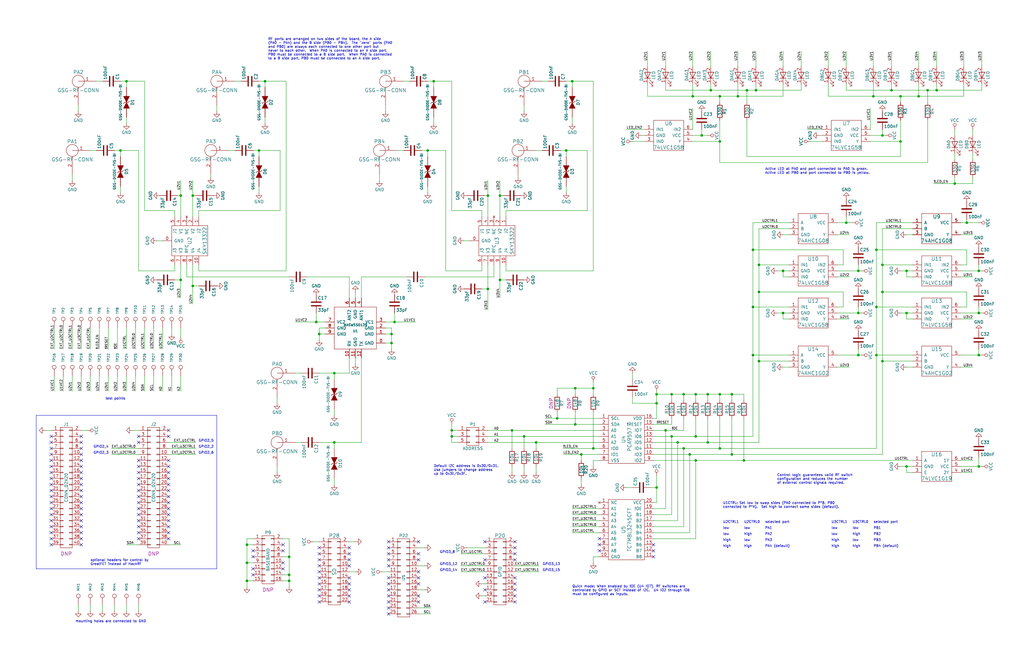
<source format=kicad_sch>
(kicad_sch (version 20230121) (generator eeschema)
  (paper "User" 431.8 279.4)
  (title_block (title "Opera Cake") (date "2016-10-04") (company "Copyright 2016 Great Scott Gadgets") (comment 1 "License: GPL v2"))
  (junction (at 314.96 38.1))
  (junction (at 76.2 82.55))
  (junction (at 242.57 163.83))
  (junction (at 394.97 38.1))
  (junction (at 276.86 205.74))
  (junction (at 242.57 179.07))
  (junction (at 81.28 120.65))
  (junction (at 220.98 184.15))
  (junction (at 369.57 105.41))
  (junction (at 293.37 166.37))
  (junction (at 368.3 40.64))
  (junction (at 293.37 184.15))
  (junction (at 303.53 166.37))
  (junction (at 298.45 166.37))
  (junction (at 290.83 191.77))
  (junction (at 303.53 40.64))
  (junction (at 298.45 186.69))
  (junction (at 317.5 129.54))
  (junction (at 121.92 242.57))
  (junction (at 180.34 63.5))
  (junction (at 276.86 170.18))
  (junction (at 288.29 166.37))
  (junction (at 226.06 186.69))
  (junction (at 308.61 166.37))
  (junction (at 283.21 166.37))
  (junction (at 379.73 40.64))
  (junction (at 276.86 166.37))
  (junction (at 104.14 245.11))
  (junction (at 133.35 135.89))
  (junction (at 356.87 93.98))
  (junction (at 308.61 191.77))
  (junction (at 402.59 77.47))
  (junction (at 379.73 59.69))
  (junction (at 317.5 149.86))
  (junction (at 283.21 184.15))
  (junction (at 182.88 34.29))
  (junction (at 361.95 149.86))
  (junction (at 361.95 114.3))
  (junction (at 292.1 40.64))
  (junction (at 111.76 34.29))
  (junction (at 317.5 105.41))
  (junction (at 104.14 237.49))
  (junction (at 387.35 40.64))
  (junction (at 205.74 121.92))
  (junction (at 285.75 186.69))
  (junction (at 311.15 40.64))
  (junction (at 330.2 132.08))
  (junction (at 250.19 163.83))
  (junction (at 375.92 38.1))
  (junction (at 318.77 38.1))
  (junction (at 210.82 118.11))
  (junction (at 140.97 157.48))
  (junction (at 320.04 152.4))
  (junction (at 303.53 59.69))
  (junction (at 412.75 132.08))
  (junction (at 372.11 152.4))
  (junction (at 372.11 57.15))
  (junction (at 382.27 132.08))
  (junction (at 320.04 123.19))
  (junction (at 382.27 196.85))
  (junction (at 382.27 114.3))
  (junction (at 313.69 194.31))
  (junction (at 241.3 34.29))
  (junction (at 238.76 63.5))
  (junction (at 190.5 181.61))
  (junction (at 104.14 229.87))
  (junction (at 293.37 194.31))
  (junction (at 320.04 111.76))
  (junction (at 280.67 181.61))
  (junction (at 121.92 234.95))
  (junction (at 412.75 149.86))
  (junction (at 121.92 245.11))
  (junction (at 361.95 132.08))
  (junction (at 245.11 191.77))
  (junction (at 76.2 118.11))
  (junction (at 134.62 140.97))
  (junction (at 166.37 135.89))
  (junction (at 210.82 82.55))
  (junction (at 50.8 63.5))
  (junction (at 81.28 82.55))
  (junction (at 53.34 34.29))
  (junction (at 369.57 129.54))
  (junction (at 372.11 123.19))
  (junction (at 303.53 189.23))
  (junction (at 215.9 181.61))
  (junction (at 288.29 189.23))
  (junction (at 330.2 114.3))
  (junction (at 412.75 114.3))
  (junction (at 109.22 63.5))
  (junction (at 250.19 189.23))
  (junction (at 205.74 82.55))
  (junction (at 369.57 149.86))
  (junction (at 165.1 140.97))
  (junction (at 140.97 186.69))
  (junction (at 391.16 38.1))
  (junction (at 372.11 111.76))
  (junction (at 299.72 38.1))
  (junction (at 165.1 144.78))
  (junction (at 295.91 57.15))
  (junction (at 407.67 93.98))
  (junction (at 412.75 196.85))
  (junction (at 190.5 184.15))
  (junction (at 234.95 176.53))
  (no_connect (at 34.29 194.31))
  (no_connect (at 21.59 219.71))
  (no_connect (at 163.83 246.38))
  (no_connect (at 217.17 233.68))
  (no_connect (at 163.83 259.08))
  (no_connect (at 21.59 227.33))
  (no_connect (at 119.38 237.49))
  (no_connect (at 34.29 222.25))
  (no_connect (at 106.68 234.95))
  (no_connect (at 34.29 204.47))
  (no_connect (at 21.59 189.23))
  (no_connect (at 275.59 234.95))
  (no_connect (at 176.53 228.6))
  (no_connect (at 71.12 184.15))
  (no_connect (at 71.12 199.39))
  (no_connect (at 275.59 232.41))
  (no_connect (at 34.29 199.39))
  (no_connect (at 163.83 243.84))
  (no_connect (at 71.12 214.63))
  (no_connect (at 217.17 236.22))
  (no_connect (at 21.59 217.17))
  (no_connect (at 58.42 204.47))
  (no_connect (at 134.62 248.92))
  (no_connect (at 58.42 201.93))
  (no_connect (at 119.38 240.03))
  (no_connect (at 21.59 209.55))
  (no_connect (at 163.83 254))
  (no_connect (at 71.12 222.25))
  (no_connect (at 58.42 227.33))
  (no_connect (at 147.32 246.38))
  (no_connect (at 58.42 196.85))
  (no_connect (at 21.59 222.25))
  (no_connect (at 58.42 199.39))
  (no_connect (at 176.53 251.46))
  (no_connect (at 106.68 232.41))
  (no_connect (at 21.59 191.77))
  (no_connect (at 71.12 227.33))
  (no_connect (at 163.83 231.14))
  (no_connect (at 34.29 212.09))
  (no_connect (at 71.12 209.55))
  (no_connect (at 58.42 209.55))
  (no_connect (at 58.42 186.69))
  (no_connect (at 71.12 181.61))
  (no_connect (at 34.29 219.71))
  (no_connect (at 176.53 243.84))
  (no_connect (at 21.59 204.47))
  (no_connect (at 204.47 248.92))
  (no_connect (at 58.42 222.25))
  (no_connect (at 134.62 246.38))
  (no_connect (at 21.59 224.79))
  (no_connect (at 58.42 224.79))
  (no_connect (at 34.29 214.63))
  (no_connect (at 71.12 217.17))
  (no_connect (at 71.12 212.09))
  (no_connect (at 217.17 228.6))
  (no_connect (at 34.29 191.77))
  (no_connect (at 34.29 217.17))
  (no_connect (at 21.59 196.85))
  (no_connect (at 34.29 186.69))
  (no_connect (at 217.17 243.84))
  (no_connect (at 58.42 194.31))
  (no_connect (at 134.62 238.76))
  (no_connect (at 134.62 236.22))
  (no_connect (at 147.32 236.22))
  (no_connect (at 21.59 184.15))
  (no_connect (at 204.47 243.84))
  (no_connect (at 58.42 219.71))
  (no_connect (at 147.32 251.46))
  (no_connect (at 217.17 254))
  (no_connect (at 252.73 232.41))
  (no_connect (at 21.59 214.63))
  (no_connect (at 21.59 199.39))
  (no_connect (at 34.29 224.79))
  (no_connect (at 134.62 233.68))
  (no_connect (at 217.17 248.92))
  (no_connect (at 176.53 254))
  (no_connect (at 58.42 214.63))
  (no_connect (at 163.83 251.46))
  (no_connect (at 163.83 233.68))
  (no_connect (at 21.59 229.87))
  (no_connect (at 34.29 207.01))
  (no_connect (at 275.59 229.87))
  (no_connect (at 176.53 241.3))
  (no_connect (at 163.83 256.54))
  (no_connect (at 204.47 236.22))
  (no_connect (at 252.73 229.87))
  (no_connect (at 34.29 201.93))
  (no_connect (at 71.12 201.93))
  (no_connect (at 252.73 227.33))
  (no_connect (at 71.12 224.79))
  (no_connect (at 147.32 243.84))
  (no_connect (at 58.42 217.17))
  (no_connect (at 106.68 240.03))
  (no_connect (at 34.29 209.55))
  (no_connect (at 163.83 238.76))
  (no_connect (at 71.12 219.71))
  (no_connect (at 106.68 242.57))
  (no_connect (at 34.29 227.33))
  (no_connect (at 21.59 194.31))
  (no_connect (at 147.32 233.68))
  (no_connect (at 34.29 189.23))
  (no_connect (at 217.17 251.46))
  (no_connect (at 147.32 254))
  (no_connect (at 134.62 243.84))
  (no_connect (at 21.59 201.93))
  (no_connect (at 176.53 236.22))
  (no_connect (at 21.59 212.09))
  (no_connect (at 21.59 207.01))
  (no_connect (at 58.42 184.15))
  (no_connect (at 71.12 207.01))
  (no_connect (at 71.12 196.85))
  (no_connect (at 204.47 254))
  (no_connect (at 176.53 233.68))
  (no_connect (at 176.53 246.38))
  (no_connect (at 147.32 231.14))
  (no_connect (at 71.12 194.31))
  (no_connect (at 147.32 248.92))
  (no_connect (at 71.12 204.47))
  (no_connect (at 217.17 246.38))
  (no_connect (at 58.42 212.09))
  (no_connect (at 217.17 231.14))
  (no_connect (at 134.62 254))
  (no_connect (at 147.32 238.76))
  (no_connect (at 34.29 196.85))
  (no_connect (at 21.59 186.69))
  (no_connect (at 34.29 184.15))
  (no_connect (at 204.47 228.6))
  (no_connect (at 134.62 231.14))
  (no_connect (at 163.83 236.22))
  (no_connect (at 58.42 207.01))
  (no_connect (at 34.29 229.87))
  (no_connect (at 134.62 241.3))
  (no_connect (at 134.62 251.46))
  (no_connect (at 163.83 248.92))
  (no_connect (at 119.38 232.41))
  (no_connect (at 119.38 229.87))
  (no_connect (at 163.83 228.6))
  (wire (pts (xy 407.67 105.41) (xy 407.67 111.76)))
  (wire (pts (xy 308.61 166.37) (xy 308.61 168.91)))
  (wire (pts (xy 372.11 152.4) (xy 372.11 191.77)))
  (wire (pts (xy 68.58 165.1) (xy 68.58 158.75)))
  (wire (pts (xy 367.03 45.72) (xy 367.03 54.61)))
  (wire (pts (xy 147.32 116.84) (xy 129.54 116.84)))
  (wire (pts (xy 276.86 170.18) (xy 276.86 176.53)))
  (wire (pts (xy 369.57 93.98) (xy 369.57 105.41)))
  (wire (pts (xy 38.1 63.5) (xy 40.64 63.5)))
  (wire (pts (xy 276.86 200.66) (xy 276.86 205.74)))
  (wire (pts (xy 26.67 138.43) (xy 26.67 147.32)))
  (wire (pts (xy 38.1 165.1) (xy 38.1 158.75)))
  (wire (pts (xy 317.5 129.54) (xy 317.5 149.86)))
  (wire (pts (xy 382.27 114.3) (xy 382.27 116.84)))
  (wire (pts (xy 88.9 73.66) (xy 88.9 74.93)))
  (wire (pts (xy 372.11 152.4) (xy 384.81 152.4)))
  (wire (pts (xy 361.95 129.54) (xy 361.95 132.08)))
  (wire (pts (xy 96.52 63.5) (xy 99.06 63.5)))
  (wire (pts (xy 190.5 88.9) (xy 203.2 88.9)))
  (wire (pts (xy 180.34 34.29) (xy 182.88 34.29)))
  (wire (pts (xy 48.26 63.5) (xy 50.8 63.5)))
  (wire (pts (xy 349.25 40.64) (xy 368.3 40.64)))
  (wire (pts (xy 405.13 93.98) (xy 407.67 93.98)))
  (wire (pts (xy 227.33 238.76) (xy 217.17 238.76)))
  (wire (pts (xy 303.53 50.8) (xy 303.53 59.69)))
  (wire (pts (xy 229.87 176.53) (xy 234.95 176.53)))
  (wire (pts (xy 368.3 40.64) (xy 368.3 35.56)))
  (wire (pts (xy 288.29 181.61) (xy 288.29 176.53)))
  (wire (pts (xy 406.4 21.59) (xy 406.4 27.94)))
  (wire (pts (xy 276.86 165.1) (xy 276.86 166.37)))
  (wire (pts (xy 58.42 114.3) (xy 73.66 114.3)))
  (wire (pts (xy 330.2 134.62) (xy 332.74 134.62)))
  (wire (pts (xy 58.42 255.27) (xy 58.42 257.81)))
  (wire (pts (xy 288.29 222.25) (xy 288.29 189.23)))
  (wire (pts (xy 73.66 118.11) (xy 76.2 118.11)))
  (wire (pts (xy 327.66 132.08) (xy 330.2 132.08)))
  (wire (pts (xy 49.53 158.75) (xy 49.53 165.1)))
  (wire (pts (xy 60.96 34.29) (xy 60.96 88.9)))
  (wire (pts (xy 205.74 82.55) (xy 205.74 91.44)))
  (wire (pts (xy 303.53 166.37) (xy 308.61 166.37)))
  (wire (pts (xy 361.95 111.76) (xy 361.95 114.3)))
  (wire (pts (xy 318.77 38.1) (xy 318.77 35.56)))
  (wire (pts (xy 64.77 138.43) (xy 64.77 147.32)))
  (wire (pts (xy 53.34 34.29) (xy 60.96 34.29)))
  (wire (pts (xy 330.2 40.64) (xy 330.2 35.56)))
  (wire (pts (xy 353.06 93.98) (xy 356.87 93.98)))
  (wire (pts (xy 242.57 173.99) (xy 242.57 179.07)))
  (wire (pts (xy 288.29 166.37) (xy 293.37 166.37)))
  (wire (pts (xy 369.57 189.23) (xy 303.53 189.23)))
  (wire (pts (xy 330.2 21.59) (xy 330.2 27.94)))
  (wire (pts (xy 160.02 73.66) (xy 160.02 76.2)))
  (wire (pts (xy 275.59 179.07) (xy 283.21 179.07)))
  (wire (pts (xy 34.29 138.43) (xy 34.29 147.32)))
  (wire (pts (xy 369.57 149.86) (xy 369.57 189.23)))
  (wire (pts (xy 405.13 114.3) (xy 412.75 114.3)))
  (wire (pts (xy 226.06 63.5) (xy 228.6 63.5)))
  (wire (pts (xy 76.2 111.76) (xy 76.2 118.11)))
  (wire (pts (xy 410.21 154.94) (xy 405.13 154.94)))
  (wire (pts (xy 205.74 186.69) (xy 226.06 186.69)))
  (wire (pts (xy 356.87 93.98) (xy 359.41 93.98)))
  (wire (pts (xy 410.21 77.47) (xy 410.21 74.93)))
  (wire (pts (xy 264.16 54.61) (xy 271.78 54.61)))
  (wire (pts (xy 382.27 132.08) (xy 382.27 134.62)))
  (wire (pts (xy 369.57 129.54) (xy 369.57 149.86)))
  (wire (pts (xy 402.59 54.61) (xy 402.59 57.15)))
  (wire (pts (xy 405.13 132.08) (xy 412.75 132.08)))
  (wire (pts (xy 412.75 111.76) (xy 412.75 114.3)))
  (wire (pts (xy 204.47 251.46) (xy 203.2 251.46)))
  (wire (pts (xy 119.38 234.95) (xy 121.92 234.95)))
  (wire (pts (xy 72.39 158.75) (xy 72.39 165.1)))
  (wire (pts (xy 242.57 179.07) (xy 252.73 179.07)))
  (wire (pts (xy 394.97 38.1) (xy 394.97 35.56)))
  (wire (pts (xy 179.07 238.76) (xy 176.53 238.76)))
  (wire (pts (xy 140.97 186.69) (xy 152.4 186.69)))
  (wire (pts (xy 387.35 40.64) (xy 406.4 40.64)))
  (wire (pts (xy 405.13 194.31) (xy 410.21 194.31)))
  (wire (pts (xy 82.55 189.23) (xy 71.12 189.23)))
  (wire (pts (xy 106.68 229.87) (xy 104.14 229.87)))
  (wire (pts (xy 34.29 158.75) (xy 34.29 165.1)))
  (wire (pts (xy 382.27 132.08) (xy 384.81 132.08)))
  (wire (pts (xy 217.17 241.3) (xy 227.33 241.3)))
  (wire (pts (xy 356.87 91.44) (xy 356.87 93.98)))
  (wire (pts (xy 266.7 59.69) (xy 271.78 59.69)))
  (wire (pts (xy 332.74 96.52) (xy 320.04 96.52)))
  (wire (pts (xy 320.04 123.19) (xy 355.6 123.19)))
  (wire (pts (xy 283.21 184.15) (xy 275.59 184.15)))
  (wire (pts (xy 234.95 163.83) (xy 234.95 166.37)))
  (wire (pts (xy 410.21 199.39) (xy 405.13 199.39)))
  (wire (pts (xy 353.06 149.86) (xy 361.95 149.86)))
  (wire (pts (xy 245.11 191.77) (xy 252.73 191.77)))
  (wire (pts (xy 308.61 176.53) (xy 308.61 191.77)))
  (wire (pts (xy 292.1 57.15) (xy 295.91 57.15)))
  (wire (pts (xy 190.5 184.15) (xy 190.5 186.69)))
  (wire (pts (xy 384.81 96.52) (xy 372.11 96.52)))
  (wire (pts (xy 119.38 227.33) (xy 121.92 227.33)))
  (wire (pts (xy 73.66 88.9) (xy 73.66 91.44)))
  (wire (pts (xy 50.8 81.28) (xy 50.8 78.74)))
  (wire (pts (xy 317.5 129.54) (xy 332.74 129.54)))
  (wire (pts (xy 60.96 147.32) (xy 60.96 138.43)))
  (wire (pts (xy 303.53 40.64) (xy 311.15 40.64)))
  (wire (pts (xy 152.4 186.69) (xy 152.4 151.13)))
  (wire (pts (xy 218.44 73.66) (xy 218.44 74.93)))
  (wire (pts (xy 53.34 255.27) (xy 53.34 257.81)))
  (wire (pts (xy 303.53 68.58) (xy 391.16 68.58)))
  (wire (pts (xy 330.2 116.84) (xy 332.74 116.84)))
  (wire (pts (xy 299.72 35.56) (xy 299.72 38.1)))
  (wire (pts (xy 318.77 38.1) (xy 337.82 38.1)))
  (wire (pts (xy 111.76 34.29) (xy 120.65 34.29)))
  (wire (pts (xy 353.06 132.08) (xy 361.95 132.08)))
  (wire (pts (xy 190.5 186.69) (xy 193.04 186.69)))
  (wire (pts (xy 266.7 160.02) (xy 266.7 157.48)))
  (wire (pts (xy 317.5 149.86) (xy 317.5 184.15)))
  (wire (pts (xy 241.3 214.63) (xy 252.73 214.63)))
  (wire (pts (xy 106.68 63.5) (xy 109.22 63.5)))
  (wire (pts (xy 45.72 165.1) (xy 45.72 158.75)))
  (wire (pts (xy 330.2 114.3) (xy 332.74 114.3)))
  (wire (pts (xy 83.82 88.9) (xy 83.82 91.44)))
  (wire (pts (xy 147.32 157.48) (xy 147.32 151.13)))
  (wire (pts (xy 355.6 111.76) (xy 353.06 111.76)))
  (wire (pts (xy 104.14 229.87) (xy 104.14 237.49)))
  (wire (pts (xy 382.27 199.39) (xy 384.81 199.39)))
  (wire (pts (xy 116.84 167.64) (xy 116.84 170.18)))
  (wire (pts (xy 330.2 132.08) (xy 332.74 132.08)))
  (wire (pts (xy 81.28 76.2) (xy 81.28 82.55)))
  (wire (pts (xy 180.34 63.5) (xy 180.34 66.04)))
  (wire (pts (xy 273.05 35.56) (xy 273.05 40.64)))
  (wire (pts (xy 241.3 224.79) (xy 252.73 224.79)))
  (wire (pts (xy 205.74 76.2) (xy 205.74 82.55)))
  (wire (pts (xy 314.96 38.1) (xy 318.77 38.1)))
  (wire (pts (xy 276.86 176.53) (xy 275.59 176.53)))
  (wire (pts (xy 241.3 34.29) (xy 250.19 34.29)))
  (wire (pts (xy 57.15 138.43) (xy 57.15 147.32)))
  (wire (pts (xy 49.53 138.43) (xy 49.53 147.32)))
  (wire (pts (xy 50.8 34.29) (xy 53.34 34.29)))
  (wire (pts (xy 109.22 63.5) (xy 118.11 63.5)))
  (wire (pts (xy 250.19 173.99) (xy 250.19 189.23)))
  (wire (pts (xy 414.02 38.1) (xy 414.02 35.56)))
  (wire (pts (xy 177.8 63.5) (xy 180.34 63.5)))
  (wire (pts (xy 58.42 63.5) (xy 58.42 114.3)))
  (wire (pts (xy 369.57 105.41) (xy 369.57 129.54)))
  (wire (pts (xy 50.8 63.5) (xy 58.42 63.5)))
  (wire (pts (xy 187.96 114.3) (xy 203.2 114.3)))
  (wire (pts (xy 293.37 184.15) (xy 293.37 176.53)))
  (wire (pts (xy 349.25 21.59) (xy 349.25 27.94)))
  (wire (pts (xy 349.25 35.56) (xy 349.25 40.64)))
  (wire (pts (xy 152.4 116.84) (xy 171.45 116.84)))
  (wire (pts (xy 293.37 166.37) (xy 298.45 166.37)))
  (wire (pts (xy 311.15 40.64) (xy 311.15 35.56)))
  (wire (pts (xy 318.77 21.59) (xy 318.77 27.94)))
  (wire (pts (xy 60.96 158.75) (xy 60.96 165.1)))
  (wire (pts (xy 241.3 222.25) (xy 252.73 222.25)))
  (wire (pts (xy 234.95 173.99) (xy 234.95 176.53)))
  (wire (pts (xy 82.55 82.55) (xy 81.28 82.55)))
  (wire (pts (xy 379.73 196.85) (xy 382.27 196.85)))
  (wire (pts (xy 295.91 57.15) (xy 298.45 57.15)))
  (wire (pts (xy 382.27 196.85) (xy 384.81 196.85)))
  (wire (pts (xy 213.36 88.9) (xy 213.36 91.44)))
  (wire (pts (xy 250.19 194.31) (xy 252.73 194.31)))
  (wire (pts (xy 266.7 205.74) (xy 264.16 205.74)))
  (wire (pts (xy 273.05 40.64) (xy 292.1 40.64)))
  (wire (pts (xy 280.67 181.61) (xy 288.29 181.61)))
  (wire (pts (xy 68.58 147.32) (xy 68.58 138.43)))
  (wire (pts (xy 356.87 38.1) (xy 356.87 35.56)))
  (wire (pts (xy 412.75 147.32) (xy 412.75 149.86)))
  (wire (pts (xy 238.76 63.5) (xy 238.76 66.04)))
  (wire (pts (xy 149.86 151.13) (xy 149.86 153.67)))
  (wire (pts (xy 210.82 118.11) (xy 210.82 125.73)))
  (wire (pts (xy 250.19 189.23) (xy 252.73 189.23)))
  (wire (pts (xy 308.61 191.77) (xy 290.83 191.77)))
  (wire (pts (xy 311.15 40.64) (xy 330.2 40.64)))
  (wire (pts (xy 372.11 96.52) (xy 372.11 111.76)))
  (wire (pts (xy 133.35 135.89) (xy 137.16 135.89)))
  (wire (pts (xy 229.87 179.07) (xy 242.57 179.07)))
  (wire (pts (xy 247.65 88.9) (xy 213.36 88.9)))
  (wire (pts (xy 317.5 149.86) (xy 332.74 149.86)))
  (wire (pts (xy 402.59 74.93) (xy 402.59 77.47)))
  (wire (pts (xy 204.47 82.55) (xy 205.74 82.55)))
  (wire (pts (xy 372.11 54.61) (xy 372.11 57.15)))
  (wire (pts (xy 76.2 82.55) (xy 76.2 91.44)))
  (wire (pts (xy 165.1 138.43) (xy 165.1 140.97)))
  (wire (pts (xy 238.76 63.5) (xy 247.65 63.5)))
  (wire (pts (xy 83.82 120.65) (xy 81.28 120.65)))
  (wire (pts (xy 375.92 38.1) (xy 391.16 38.1)))
  (wire (pts (xy 120.65 34.29) (xy 120.65 114.3)))
  (wire (pts (xy 317.5 105.41) (xy 355.6 105.41)))
  (wire (pts (xy 405.13 149.86) (xy 412.75 149.86)))
  (wire (pts (xy 220.98 184.15) (xy 252.73 184.15)))
  (wire (pts (xy 402.59 77.47) (xy 410.21 77.47)))
  (wire (pts (xy 391.16 38.1) (xy 394.97 38.1)))
  (wire (pts (xy 303.53 189.23) (xy 303.53 176.53)))
  (wire (pts (xy 327.66 114.3) (xy 330.2 114.3)))
  (polyline (pts (xy 91.44 240.03) (xy 15.24 240.03)))
  (wire (pts (xy 53.34 229.87) (xy 58.42 229.87)))
  (wire (pts (xy 250.19 196.85) (xy 250.19 194.31)))
  (wire (pts (xy 382.27 154.94) (xy 384.81 154.94)))
  (wire (pts (xy 298.45 166.37) (xy 303.53 166.37)))
  (wire (pts (xy 407.67 92.71) (xy 407.67 93.98)))
  (wire (pts (xy 205.74 111.76) (xy 205.74 121.92)))
  (wire (pts (xy 303.53 166.37) (xy 303.53 168.91)))
  (wire (pts (xy 53.34 165.1) (xy 53.34 158.75)))
  (wire (pts (xy 241.3 219.71) (xy 252.73 219.71)))
  (wire (pts (xy 241.3 52.07) (xy 241.3 49.53)))
  (wire (pts (xy 210.82 111.76) (xy 210.82 118.11)))
  (wire (pts (xy 356.87 21.59) (xy 356.87 27.94)))
  (wire (pts (xy 275.59 194.31) (xy 293.37 194.31)))
  (wire (pts (xy 387.35 40.64) (xy 387.35 35.56)))
  (wire (pts (xy 48.26 255.27) (xy 48.26 257.81)))
  (wire (pts (xy 276.86 166.37) (xy 276.86 170.18)))
  (wire (pts (xy 147.32 116.84) (xy 147.32 125.73)))
  (wire (pts (xy 275.59 224.79) (xy 290.83 224.79)))
  (wire (pts (xy 405.13 196.85) (xy 412.75 196.85)))
  (wire (pts (xy 180.34 81.28) (xy 180.34 78.74)))
  (wire (pts (xy 320.04 152.4) (xy 320.04 186.69)))
  (wire (pts (xy 81.28 120.65) (xy 81.28 128.27)))
  (wire (pts (xy 237.49 191.77) (xy 245.11 191.77)))
  (wire (pts (xy 353.06 114.3) (xy 361.95 114.3)))
  (wire (pts (xy 60.96 88.9) (xy 73.66 88.9)))
  (wire (pts (xy 109.22 63.5) (xy 109.22 66.04)))
  (wire (pts (xy 280.67 214.63) (xy 280.67 181.61)))
  (wire (pts (xy 275.59 181.61) (xy 280.67 181.61)))
  (wire (pts (xy 149.86 228.6) (xy 147.32 228.6)))
  (wire (pts (xy 196.85 231.14) (xy 204.47 231.14)))
  (wire (pts (xy 317.5 105.41) (xy 317.5 129.54)))
  (wire (pts (xy 275.59 214.63) (xy 280.67 214.63)))
  (wire (pts (xy 393.7 77.47) (xy 402.59 77.47)))
  (wire (pts (xy 412.75 132.08) (xy 414.02 132.08)))
  (wire (pts (xy 407.67 123.19) (xy 407.67 129.54)))
  (wire (pts (xy 308.61 166.37) (xy 313.69 166.37)))
  (wire (pts (xy 290.83 224.79) (xy 290.83 191.77)))
  (wire (pts (xy 220.98 196.85) (xy 220.98 199.39)))
  (wire (pts (xy 234.95 163.83) (xy 242.57 163.83)))
  (wire (pts (xy 320.04 123.19) (xy 320.04 152.4)))
  (wire (pts (xy 237.49 189.23) (xy 250.19 189.23)))
  (wire (pts (xy 204.47 233.68) (xy 194.31 233.68)))
  (wire (pts (xy 276.86 166.37) (xy 283.21 166.37)))
  (wire (pts (xy 412.75 193.04) (xy 412.75 196.85)))
  (wire (pts (xy 358.14 154.94) (xy 353.06 154.94)))
  (wire (pts (xy 332.74 111.76) (xy 320.04 111.76)))
  (wire (pts (xy 140.97 157.48) (xy 140.97 160.02)))
  (wire (pts (xy 22.86 147.32) (xy 22.86 138.43)))
  (wire (pts (xy 104.14 237.49) (xy 106.68 237.49)))
  (wire (pts (xy 276.86 170.18) (xy 266.7 170.18)))
  (wire (pts (xy 314.96 66.04) (xy 314.96 50.8)))
  (wire (pts (xy 76.2 76.2) (xy 76.2 82.55)))
  (wire (pts (xy 293.37 184.15) (xy 283.21 184.15)))
  (wire (pts (xy 410.21 116.84) (xy 405.13 116.84)))
  (wire (pts (xy 391.16 68.58) (xy 391.16 50.8)))
  (wire (pts (xy 275.59 219.71) (xy 285.75 219.71)))
  (wire (pts (xy 293.37 227.33) (xy 293.37 194.31)))
  (wire (pts (xy 76.2 229.87) (xy 71.12 229.87)))
  (wire (pts (xy 116.84 196.85) (xy 116.84 199.39)))
  (wire (pts (xy 238.76 34.29) (xy 241.3 34.29)))
  (wire (pts (xy 203.2 114.3) (xy 203.2 111.76)))
  (wire (pts (xy 220.98 44.45) (xy 220.98 46.99)))
  (wire (pts (xy 162.56 140.97) (xy 165.1 140.97)))
  (wire (pts (xy 283.21 166.37) (xy 283.21 168.91)))
  (polyline (pts (xy 15.24 175.26) (xy 91.44 175.26)))
  (wire (pts (xy 104.14 245.11) (xy 104.14 247.65)))
  (wire (pts (xy 337.82 38.1) (xy 337.82 35.56)))
  (wire (pts (xy 106.68 227.33) (xy 104.14 227.33)))
  (wire (pts (xy 38.1 255.27) (xy 38.1 257.81)))
  (wire (pts (xy 382.27 116.84) (xy 384.81 116.84)))
  (wire (pts (xy 120.65 114.3) (xy 83.82 114.3)))
  (wire (pts (xy 46.99 191.77) (xy 58.42 191.77)))
  (wire (pts (xy 76.2 165.1) (xy 76.2 158.75)))
  (wire (pts (xy 118.11 88.9) (xy 83.82 88.9)))
  (wire (pts (xy 283.21 166.37) (xy 288.29 166.37)))
  (wire (pts (xy 66.04 101.6) (xy 68.58 101.6)))
  (wire (pts (xy 276.86 212.09) (xy 275.59 212.09)))
  (wire (pts (xy 30.48 147.32) (xy 30.48 138.43)))
  (wire (pts (xy 382.27 196.85) (xy 382.27 199.39)))
  (wire (pts (xy 410.21 54.61) (xy 410.21 57.15)))
  (polyline (pts (xy 91.44 175.26) (xy 91.44 240.03)))
  (wire (pts (xy 134.62 157.48) (xy 140.97 157.48)))
  (wire (pts (xy 379.73 40.64) (xy 379.73 43.18)))
  (wire (pts (xy 181.61 259.08) (xy 176.53 259.08)))
  (wire (pts (xy 226.06 186.69) (xy 226.06 189.23)))
  (wire (pts (xy 368.3 21.59) (xy 368.3 27.94)))
  (wire (pts (xy 250.19 234.95) (xy 252.73 234.95)))
  (wire (pts (xy 241.3 34.29) (xy 241.3 36.83)))
  (wire (pts (xy 127 157.48) (xy 124.46 157.48)))
  (wire (pts (xy 298.45 166.37) (xy 298.45 168.91)))
  (wire (pts (xy 30.48 73.66) (xy 30.48 76.2)))
  (wire (pts (xy 280.67 21.59) (xy 280.67 27.94)))
  (wire (pts (xy 161.29 241.3) (xy 163.83 241.3)))
  (wire (pts (xy 41.91 138.43) (xy 41.91 147.32)))
  (wire (pts (xy 195.58 101.6) (xy 198.12 101.6)))
  (wire (pts (xy 293.37 166.37) (xy 293.37 168.91)))
  (wire (pts (xy 285.75 186.69) (xy 275.59 186.69)))
  (wire (pts (xy 313.69 166.37) (xy 313.69 168.91)))
  (wire (pts (xy 379.73 132.08) (xy 382.27 132.08)))
  (wire (pts (xy 132.08 228.6) (xy 134.62 228.6)))
  (wire (pts (xy 320.04 96.52) (xy 320.04 111.76)))
  (wire (pts (xy 53.34 34.29) (xy 53.34 36.83)))
  (wire (pts (xy 340.36 54.61) (xy 346.71 54.61)))
  (wire (pts (xy 292.1 59.69) (xy 303.53 59.69)))
  (wire (pts (xy 124.46 186.69) (xy 127 186.69)))
  (wire (pts (xy 190.5 179.07) (xy 190.5 181.61)))
  (wire (pts (xy 292.1 40.64) (xy 303.53 40.64)))
  (wire (pts (xy 104.14 237.49) (xy 104.14 245.11)))
  (wire (pts (xy 81.28 82.55) (xy 81.28 91.44)))
  (wire (pts (xy 412.75 129.54) (xy 412.75 132.08)))
  (wire (pts (xy 109.22 81.28) (xy 109.22 78.74)))
  (wire (pts (xy 313.69 194.31) (xy 313.69 176.53)))
  (wire (pts (xy 121.92 227.33) (xy 121.92 234.95)))
  (wire (pts (xy 330.2 114.3) (xy 330.2 116.84)))
  (wire (pts (xy 137.16 138.43) (xy 134.62 138.43)))
  (wire (pts (xy 152.4 116.84) (xy 152.4 125.73)))
  (wire (pts (xy 118.11 63.5) (xy 118.11 88.9)))
  (wire (pts (xy 317.5 184.15) (xy 293.37 184.15)))
  (wire (pts (xy 270.51 57.15) (xy 271.78 57.15)))
  (wire (pts (xy 345.44 57.15) (xy 346.71 57.15)))
  (wire (pts (xy 314.96 38.1) (xy 314.96 43.18)))
  (wire (pts (xy 298.45 186.69) (xy 285.75 186.69)))
  (wire (pts (xy 283.21 217.17) (xy 283.21 184.15)))
  (wire (pts (xy 414.02 21.59) (xy 414.02 27.94)))
  (wire (pts (xy 64.77 165.1) (xy 64.77 158.75)))
  (wire (pts (xy 303.53 40.64) (xy 303.53 43.18)))
  (wire (pts (xy 187.96 63.5) (xy 187.96 114.3)))
  (wire (pts (xy 382.27 114.3) (xy 384.81 114.3)))
  (wire (pts (xy 369.57 149.86) (xy 384.81 149.86)))
  (wire (pts (xy 41.91 158.75) (xy 41.91 165.1)))
  (wire (pts (xy 82.55 191.77) (xy 71.12 191.77)))
  (wire (pts (xy 133.35 132.08) (xy 133.35 135.89)))
  (wire (pts (xy 166.37 132.08) (xy 166.37 135.89)))
  (wire (pts (xy 134.62 140.97) (xy 134.62 143.51)))
  (wire (pts (xy 140.97 175.26) (xy 140.97 172.72)))
  (wire (pts (xy 76.2 142.24) (xy 76.2 138.43)))
  (wire (pts (xy 402.59 64.77) (xy 402.59 67.31)))
  (wire (pts (xy 205.74 121.92) (xy 205.74 130.81)))
  (wire (pts (xy 303.53 189.23) (xy 288.29 189.23)))
  (wire (pts (xy 295.91 54.61) (xy 295.91 57.15)))
  (wire (pts (xy 134.62 140.97) (xy 137.16 140.97)))
  (wire (pts (xy 111.76 34.29) (xy 111.76 36.83)))
  (wire (pts (xy 33.02 255.27) (xy 33.02 257.81)))
  (wire (pts (xy 320.04 111.76) (xy 320.04 123.19)))
  (wire (pts (xy 303.53 59.69) (xy 303.53 68.58)))
  (wire (pts (xy 121.92 245.11) (xy 121.92 247.65)))
  (wire (pts (xy 190.5 184.15) (xy 193.04 184.15)))
  (wire (pts (xy 190.5 181.61) (xy 193.04 181.61)))
  (wire (pts (xy 293.37 194.31) (xy 313.69 194.31)))
  (wire (pts (xy 19.05 181.61) (xy 21.59 181.61)))
  (wire (pts (xy 121.92 242.57) (xy 119.38 242.57)))
  (wire (pts (xy 170.18 34.29) (xy 172.72 34.29)))
  (wire (pts (xy 280.67 38.1) (xy 280.67 35.56)))
  (wire (pts (xy 26.67 158.75) (xy 26.67 165.1)))
  (wire (pts (xy 280.67 38.1) (xy 299.72 38.1)))
  (wire (pts (xy 372.11 57.15) (xy 373.38 57.15)))
  (wire (pts (xy 276.86 205.74) (xy 276.86 212.09)))
  (wire (pts (xy 250.19 114.3) (xy 213.36 114.3)))
  (wire (pts (xy 372.11 123.19) (xy 372.11 152.4)))
  (wire (pts (xy 213.36 114.3) (xy 213.36 111.76)))
  (wire (pts (xy 412.75 149.86) (xy 414.02 149.86)))
  (wire (pts (xy 50.8 63.5) (xy 50.8 66.04)))
  (wire (pts (xy 412.75 196.85) (xy 414.02 196.85)))
  (wire (pts (xy 405.13 99.06) (xy 410.21 99.06)))
  (wire (pts (xy 109.22 34.29) (xy 111.76 34.29)))
  (wire (pts (xy 379.73 40.64) (xy 387.35 40.64)))
  (wire (pts (xy 210.82 82.55) (xy 210.82 91.44)))
  (wire (pts (xy 78.74 116.84) (xy 121.92 116.84)))
  (wire (pts (xy 22.86 165.1) (xy 22.86 158.75)))
  (wire (pts (xy 190.5 34.29) (xy 190.5 88.9)))
  (wire (pts (xy 387.35 21.59) (xy 387.35 27.94)))
  (wire (pts (xy 104.14 245.11) (xy 106.68 245.11)))
  (wire (pts (xy 245.11 201.93) (xy 245.11 204.47)))
  (wire (pts (xy 99.06 34.29) (xy 101.6 34.29)))
  (wire (pts (xy 317.5 93.98) (xy 317.5 105.41)))
  (wire (pts (xy 220.98 184.15) (xy 220.98 189.23)))
  (wire (pts (xy 379.73 50.8) (xy 379.73 59.69)))
  (wire (pts (xy 236.22 63.5) (xy 238.76 63.5)))
  (wire (pts (xy 53.34 147.32) (xy 53.34 138.43)))
  (wire (pts (xy 384.81 111.76) (xy 372.11 111.76)))
  (wire (pts (xy 266.7 170.18) (xy 266.7 167.64)))
  (wire (pts (xy 250.19 163.83) (xy 250.19 166.37)))
  (wire (pts (xy 30.48 165.1) (xy 30.48 158.75)))
  (wire (pts (xy 379.73 114.3) (xy 382.27 114.3)))
  (wire (pts (xy 210.82 76.2) (xy 210.82 82.55)))
  (wire (pts (xy 367.03 57.15) (xy 372.11 57.15)))
  (wire (pts (xy 165.1 144.78) (xy 165.1 147.32)))
  (wire (pts (xy 407.67 129.54) (xy 405.13 129.54)))
  (wire (pts (xy 361.95 149.86) (xy 361.95 147.32)))
  (wire (pts (xy 275.59 217.17) (xy 283.21 217.17)))
  (wire (pts (xy 215.9 181.61) (xy 252.73 181.61)))
  (wire (pts (xy 382.27 99.06) (xy 384.81 99.06)))
  (wire (pts (xy 330.2 132.08) (xy 330.2 134.62)))
  (wire (pts (xy 72.39 138.43) (xy 72.39 140.97)))
  (wire (pts (xy 275.59 227.33) (xy 293.37 227.33)))
  (wire (pts (xy 273.05 21.59) (xy 273.05 27.94)))
  (wire (pts (xy 204.47 238.76) (xy 194.31 238.76)))
  (wire (pts (xy 355.6 129.54) (xy 353.06 129.54)))
  (wire (pts (xy 53.34 52.07) (xy 53.34 49.53)))
  (wire (pts (xy 149.86 123.19) (xy 149.86 125.73)))
  (wire (pts (xy 104.14 227.33) (xy 104.14 229.87)))
  (wire (pts (xy 313.69 194.31) (xy 384.81 194.31)))
  (wire (pts (xy 247.65 63.5) (xy 247.65 88.9)))
  (wire (pts (xy 134.62 186.69) (xy 140.97 186.69)))
  (wire (pts (xy 353.06 116.84) (xy 358.14 116.84)))
  (wire (pts (xy 320.04 152.4) (xy 332.74 152.4)))
  (wire (pts (xy 369.57 93.98) (xy 384.81 93.98)))
  (wire (pts (xy 111.76 52.07) (xy 111.76 49.53)))
  (wire (pts (xy 276.86 205.74) (xy 274.32 205.74)))
  (wire (pts (xy 162.56 135.89) (xy 166.37 135.89)))
  (wire (pts (xy 149.86 241.3) (xy 147.32 241.3)))
  (wire (pts (xy 372.11 191.77) (xy 308.61 191.77)))
  (wire (pts (xy 182.88 34.29) (xy 190.5 34.29)))
  (wire (pts (xy 375.92 21.59) (xy 375.92 27.94)))
  (wire (pts (xy 228.6 34.29) (xy 231.14 34.29)))
  (wire (pts (xy 55.88 181.61) (xy 58.42 181.61)))
  (wire (pts (xy 250.19 161.29) (xy 250.19 163.83)))
  (wire (pts (xy 311.15 21.59) (xy 311.15 27.94)))
  (wire (pts (xy 394.97 21.59) (xy 394.97 27.94)))
  (wire (pts (xy 242.57 163.83) (xy 250.19 163.83)))
  (wire (pts (xy 38.1 147.32) (xy 38.1 138.43)))
  (wire (pts (xy 355.6 105.41) (xy 355.6 111.76)))
  (wire (pts (xy 78.74 111.76) (xy 78.74 116.84)))
  (wire (pts (xy 406.4 40.64) (xy 406.4 35.56)))
  (wire (pts (xy 46.99 189.23) (xy 58.42 189.23)))
  (wire (pts (xy 288.29 166.37) (xy 288.29 168.91)))
  (wire (pts (xy 361.95 114.3) (xy 363.22 114.3)))
  (wire (pts (xy 372.11 123.19) (xy 407.67 123.19)))
  (wire (pts (xy 353.06 99.06) (xy 358.14 99.06)))
  (wire (pts (xy 167.64 63.5) (xy 170.18 63.5)))
  (wire (pts (xy 121.92 242.57) (xy 121.92 245.11)))
  (wire (pts (xy 292.1 40.64) (xy 292.1 35.56)))
  (wire (pts (xy 379.73 59.69) (xy 379.73 66.04)))
  (wire (pts (xy 238.76 81.28) (xy 238.76 78.74)))
  (wire (pts (xy 250.19 34.29) (xy 250.19 114.3)))
  (wire (pts (xy 213.36 118.11) (xy 210.82 118.11)))
  (wire (pts (xy 33.02 44.45) (xy 33.02 46.99)))
  (wire (pts (xy 367.03 59.69) (xy 379.73 59.69)))
  (wire (pts (xy 410.21 64.77) (xy 410.21 67.31)))
  (wire (pts (xy 180.34 63.5) (xy 187.96 63.5)))
  (wire (pts (xy 361.95 132.08) (xy 363.22 132.08)))
  (wire (pts (xy 369.57 129.54) (xy 384.81 129.54)))
  (wire (pts (xy 140.97 186.69) (xy 140.97 189.23)))
  (wire (pts (xy 241.3 217.17) (xy 252.73 217.17)))
  (wire (pts (xy 405.13 134.62) (xy 410.21 134.62)))
  (wire (pts (xy 165.1 140.97) (xy 165.1 144.78)))
  (wire (pts (xy 162.56 138.43) (xy 165.1 138.43)))
  (wire (pts (xy 283.21 179.07) (xy 283.21 176.53)))
  (wire (pts (xy 292.1 54.61) (xy 292.1 45.72)))
  (wire (pts (xy 43.18 255.27) (xy 43.18 257.81)))
  (wire (pts (xy 57.15 165.1) (xy 57.15 158.75)))
  (wire (pts (xy 208.28 116.84) (xy 179.07 116.84)))
  (wire (pts (xy 330.2 99.06) (xy 332.74 99.06)))
  (wire (pts (xy 320.04 186.69) (xy 298.45 186.69)))
  (wire (pts (xy 190.5 181.61) (xy 190.5 184.15)))
  (wire (pts (xy 165.1 144.78) (xy 162.56 144.78)))
  (wire (pts (xy 140.97 157.48) (xy 147.32 157.48)))
  (wire (pts (xy 299.72 38.1) (xy 314.96 38.1)))
  (wire (pts (xy 226.06 196.85) (xy 226.06 199.39)))
  (wire (pts (xy 205.74 181.61) (xy 215.9 181.61)))
  (wire (pts (xy 356.87 38.1) (xy 375.92 38.1)))
  (wire (pts (xy 369.57 105.41) (xy 407.67 105.41)))
  (wire (pts (xy 203.2 121.92) (xy 205.74 121.92)))
  (wire (pts (xy 73.66 114.3) (xy 73.66 111.76)))
  (wire (pts (xy 194.31 241.3) (xy 204.47 241.3)))
  (wire (pts (xy 361.95 149.86) (xy 363.22 149.86)))
  (wire (pts (xy 275.59 222.25) (xy 288.29 222.25)))
  (wire (pts (xy 210.82 82.55) (xy 212.09 82.55)))
  (wire (pts (xy 124.46 135.89) (xy 133.35 135.89)))
  (wire (pts (xy 341.63 59.69) (xy 346.71 59.69)))
  (wire (pts (xy 407.67 111.76) (xy 405.13 111.76)))
  (wire (pts (xy 215.9 181.61) (xy 215.9 189.23)))
  (wire (pts (xy 203.2 88.9) (xy 203.2 91.44)))
  (wire (pts (xy 34.29 181.61) (xy 36.83 181.61)))
  (wire (pts (xy 245.11 191.77) (xy 245.11 194.31)))
  (wire (pts (xy 208.28 111.76) (xy 208.28 116.84)))
  (wire (pts (xy 140.97 204.47) (xy 140.97 201.93)))
  (wire (pts (xy 226.06 186.69) (xy 252.73 186.69)))
  (wire (pts (xy 134.62 138.43) (xy 134.62 140.97)))
  (wire (pts (xy 353.06 134.62) (xy 358.14 134.62)))
  (wire (pts (xy 375.92 35.56) (xy 375.92 38.1)))
  (wire (pts (xy 355.6 123.19) (xy 355.6 129.54)))
  (polyline (pts (xy 15.24 240.03) (xy 15.24 175.26)))
  (wire (pts (xy 179.07 248.92) (xy 176.53 248.92)))
  (wire (pts (xy 412.75 114.3) (xy 414.02 114.3)))
  (wire (pts (xy 76.2 118.11) (xy 76.2 125.73)))
  (wire (pts (xy 182.88 34.29) (xy 182.88 36.83)))
  (wire (pts (xy 250.19 237.49) (xy 250.19 234.95)))
  (wire (pts (xy 121.92 234.95) (xy 121.92 242.57)))
  (wire (pts (xy 121.92 245.11) (xy 119.38 245.11)))
  (wire (pts (xy 288.29 189.23) (xy 275.59 189.23)))
  (wire (pts (xy 394.97 38.1) (xy 414.02 38.1)))
  (wire (pts (xy 337.82 21.59) (xy 337.82 27.94)))
  (wire (pts (xy 83.82 114.3) (xy 83.82 111.76)))
  (wire (pts (xy 292.1 21.59) (xy 292.1 27.94)))
  (wire (pts (xy 74.93 82.55) (xy 76.2 82.55)))
  (wire (pts (xy 181.61 256.54) (xy 176.53 256.54)))
  (wire (pts (xy 382.27 134.62) (xy 384.81 134.62)))
  (wire (pts (xy 182.88 52.07) (xy 182.88 49.53)))
  (wire (pts (xy 299.72 21.59) (xy 299.72 27.94)))
  (wire (pts (xy 317.5 93.98) (xy 332.74 93.98)))
  (wire (pts (xy 81.28 111.76) (xy 81.28 120.65)))
  (wire (pts (xy 298.45 176.53) (xy 298.45 186.69)))
  (wire (pts (xy 285.75 219.71) (xy 285.75 186.69)))
  (wire (pts (xy 330.2 154.94) (xy 332.74 154.94)))
  (wire (pts (xy 162.56 44.45) (xy 162.56 46.99)))
  (wire (pts (xy 372.11 111.76) (xy 372.11 123.19)))
  (wire (pts (xy 40.64 34.29) (xy 43.18 34.29)))
  (wire (pts (xy 82.55 186.69) (xy 71.12 186.69)))
  (wire (pts (xy 166.37 135.89) (xy 175.26 135.89)))
  (wire (pts (xy 204.47 246.38) (xy 203.2 246.38)))
  (wire (pts (xy 407.67 93.98) (xy 412.75 93.98)))
  (wire (pts (xy 215.9 196.85) (xy 215.9 199.39)))
  (wire (pts (xy 379.73 66.04) (xy 314.96 66.04)))
  (wire (pts (xy 91.44 44.45) (xy 91.44 46.99)))
  (wire (pts (xy 242.57 163.83) (xy 242.57 166.37)))
  (wire (pts (xy 205.74 184.15) (xy 220.98 184.15)))
  (wire (pts (xy 290.83 191.77) (xy 275.59 191.77)))
  (wire (pts (xy 179.07 231.14) (xy 176.53 231.14)))
  (wire (pts (xy 234.95 176.53) (xy 252.73 176.53)))
  (wire (pts (xy 391.16 38.1) (xy 391.16 43.18)))
  (wire (pts (xy 368.3 40.64) (xy 379.73 40.64)))
  (wire (pts (xy 45.72 147.32) (xy 45.72 138.43)))
  (text "low" (at 359.41 223.52 0) (effects (font (size 1.016 1.016)) (justify left bottom)))
  (text "GPIO2_3" (at 39.37 191.77 0) (effects (font (size 1.016 1.016)) (justify left bottom)))
  (text "PB2" (at 368.3 226.06 0) (effects (font (size 1.016 1.016)) (justify left bottom)))
  (text "high" (at 304.8 228.6 0) (effects (font (size 1.016 1.016)) (justify left bottom)))
  (text "PA3" (at 322.58 228.6 0) (effects (font (size 1.016 1.016)) (justify left bottom)))
  (text "high" (at 359.41 231.14 0) (effects (font (size 1.016 1.016)) (justify left bottom)))
  (text "PB4 (default)" (at 368.3 231.14 0) (effects (font (size 1.016 1.016)) (justify left bottom)))
  (text "Default I2C address is 0x30/0x31.\nUse jumpers to change address\nup to 0x3E/0x3F." (at 182.88 200.66 0) (effects (font (size 1.016 1.016)) (justify left bottom)))
  (text "selected port" (at 368.3 220.98 0) (effects (font (size 1.016 1.016)) (justify left bottom)))
  (text "GPIO3_8" (at 185.42 233.68 0) (effects (font (size 1.016 1.016)) (justify left bottom)))
  (text "GPIO3_15" (at 236.22 241.3 0) (effects (font (size 1.016 1.016)) (justify right bottom)))
  (text "GPIO2_2" (at 90.17 189.23 0) (effects (font (size 1.016 1.016)) (justify right bottom)))
  (text "Quick mode: When enabled by !OE (U4 IO7), RF switches are\ncontrolled by GPIO or SCT instead of I2C.  U4 IO2 through IO6\nmust be configured as inputs." (at 241.3 251.46 0) (effects (font (size 1.016 1.016)) (justify left bottom)))
  (text "U3CTRL1" (at 350.52 220.98 0) (effects (font (size 1.016 1.016)) (justify left bottom)))
  (text "mounting holes are connected to GND" (at 31.75 262.89 0) (effects (font (size 1.016 1.016)) (justify left bottom)))
  (text "Active LED at PA0 and port connected to PA0 is green.\nActive LED at PB0 and port connected to PB0 is yellow." (at 322.58 73.66 0) (effects (font (size 1.016 1.016)) (justify left bottom)))
  (text "RF ports are arranged on two sides of the board, the A side\n(PA0 - PA4) and the B side (PB0 - PB4).  The \"zero\" ports (PA0\nand PB0) are always each connected to one other port but\nnever to each other.  When PA0 is connected to an A side port,\nPB0 must be connected to a B side port.  When PA0 is connected\nto a B side port, PB0 must be connected to an A side port." (at 113.03 25.4 0) (effects (font (size 1.016 1.016)) (justify left bottom)))
  (text "low" (at 304.8 223.52 0) (effects (font (size 1.016 1.016)) (justify left bottom)))
  (text "optional headers for control by\nGreatFET instead of HackRF" (at 38.1 238.76 0) (effects (font (size 1.016 1.016)) (justify left bottom)))
  (text "GPIO2_5" (at 90.17 186.69 0) (effects (font (size 1.016 1.016)) (justify right bottom)))
  (text "PA4 (default)" (at 322.58 231.14 0) (effects (font (size 1.016 1.016)) (justify left bottom)))
  (text "U2CTRL0" (at 313.69 220.98 0) (effects (font (size 1.016 1.016)) (justify left bottom)))
  (text "GPIO3_14" (at 185.42 241.3 0) (effects (font (size 1.016 1.016)) (justify left bottom)))
  (text "high" (at 359.41 226.06 0) (effects (font (size 1.016 1.016)) (justify left bottom)))
  (text "PB3" (at 368.3 228.6 0) (effects (font (size 1.016 1.016)) (justify left bottom)))
  (text "U2CTRL1" (at 304.8 220.98 0) (effects (font (size 1.016 1.016)) (justify left bottom)))
  (text "low" (at 313.69 228.6 0) (effects (font (size 1.016 1.016)) (justify left bottom)))
  (text "high" (at 350.52 231.14 0) (effects (font (size 1.016 1.016)) (justify left bottom)))
  (text "selected port" (at 322.58 220.98 0) (effects (font (size 1.016 1.016)) (justify left bottom)))
  (text "PA2" (at 322.58 226.06 0) (effects (font (size 1.016 1.016)) (justify left bottom)))
  (text "GPIO2_4" (at 39.37 189.23 0) (effects (font (size 1.016 1.016)) (justify left bottom)))
  (text "high" (at 350.52 228.6 0) (effects (font (size 1.016 1.016)) (justify left bottom)))
  (text "GPIO3_12" (at 185.42 238.76 0) (effects (font (size 1.016 1.016)) (justify left bottom)))
  (text "low" (at 304.8 226.06 0) (effects (font (size 1.016 1.016)) (justify left bottom)))
  (text "U3CTRL0" (at 359.41 220.98 0) (effects (font (size 1.016 1.016)) (justify left bottom)))
  (text "low" (at 359.41 228.6 0) (effects (font (size 1.016 1.016)) (justify left bottom)))
  (text "low" (at 350.52 223.52 0) (effects (font (size 1.016 1.016)) (justify left bottom)))
  (text "high" (at 313.69 226.06 0) (effects (font (size 1.016 1.016)) (justify left bottom)))
  (text "Control logic guarantees valid RF switch\nconfiguration and reduces the number\nof external control signals required." (at 327.66 204.47 0) (effects (font (size 1.016 1.016)) (justify left bottom)))
  (text "PB1" (at 368.3 223.52 0) (effects (font (size 1.016 1.016)) (justify left bottom)))
  (text "low" (at 313.69 223.52 0) (effects (font (size 1.016 1.016)) (justify left bottom)))
  (text "high" (at 304.8 231.14 0) (effects (font (size 1.016 1.016)) (justify left bottom)))
  (text "GPIO2_6" (at 90.17 191.77 0) (effects (font (size 1.016 1.016)) (justify right bottom)))
  (text "high" (at 313.69 231.14 0) (effects (font (size 1.016 1.016)) (justify left bottom)))
  (text "low" (at 350.52 226.06 0) (effects (font (size 1.016 1.016)) (justify left bottom)))
  (text "test points" (at 44.45 168.91 0) (effects (font (size 1.016 1.016)) (justify left bottom)))
  (text "U1CTRL: Set low to swap sides (PA0 connected to P*B, PB0\nconnected to P*A).  Set high to connect same sides (default)." (at 304.8 214.63 0) (effects (font (size 1.016 1.016)) (justify left bottom)))
  (text "GPIO3_13" (at 236.22 238.76 0) (effects (font (size 1.016 1.016)) (justify right bottom)))
  (text "PA1" (at 322.58 223.52 0) (effects (font (size 1.016 1.016)) (justify left bottom)))
  (label "U3V3" (at 53.34 165.1 90) (effects (font (size 1.016 1.016))))
  (label "U3CTRL1" (at 68.58 147.32 90) (effects (font (size 1.016 1.016))))
  (label "EXT_U3CTRL1" (at 82.55 189.23 180) (effects (font (size 1.016 1.016))))
  (label "U2V1" (at 358.14 134.62 180) (effects (font (size 1.016 1.016))))
  (label "EXT_U2CTRL0" (at 194.31 238.76 0) (effects (font (size 1.016 1.016))))
  (label "SCL" (at 229.87 176.53 0) (effects (font (size 1.016 1.016))))
  (label "U2V2" (at 358.14 116.84 180) (effects (font (size 1.016 1.016))))
  (label "U2V3" (at 76.2 125.73 90) (effects (font (size 1.016 1.016))))
  (label "SDA" (at 229.87 179.07 0) (effects (font (size 1.016 1.016))))
  (label "EXT_U1CTRL" (at 38.1 147.32 90) (effects (font (size 1.016 1.016))))
  (label "U3V4" (at 394.97 21.59 270) (effects (font (size 1.016 1.016))))
  (label "EXT_U2CTRL0" (at 26.67 147.32 90) (effects (font (size 1.016 1.016))))
  (label "EXT_U3CTRL0" (at 194.31 241.3 0) (effects (font (size 1.016 1.016))))
  (label "U2V4" (at 81.28 128.27 90) (effects (font (size 1.016 1.016))))
  (label "U1VC1" (at 367.03 45.72 270) (effects (font (size 1.016 1.016))))
  (label "EXT_U2CTRL1" (at 22.86 147.32 90) (effects (font (size 1.016 1.016))))
  (label "A1" (at 208.28 184.15 0) (effects (font (size 1.016 1.016))))
  (label "U2V1" (at 30.48 165.1 90) (effects (font (size 1.016 1.016))))
  (label "EXT_U2CTRL1" (at 82.55 191.77 180) (effects (font (size 1.016 1.016))))
  (label "EXT_U2CTRL0" (at 241.3 217.17 0) (effects (font (size 1.016 1.016))))
  (label "U1CTRL" (at 377.19 194.31 0) (effects (font (size 1.016 1.016))))
  (label "U3V2" (at 210.82 76.2 270) (effects (font (size 1.016 1.016))))
  (label "!OE" (at 283.21 181.61 0) (effects (font (size 1.016 1.016))))
  (label "!RESET" (at 45.72 147.32 90) (effects (font (size 1.016 1.016))))
  (label "U3V1" (at 368.3 21.59 270) (effects (font (size 1.016 1.016))))
  (label "U2CTRL1" (at 321.31 93.98 0) (effects (font (size 1.016 1.016))))
  (label "U2CTRL0" (at 57.15 147.32 90) (effects (font (size 1.016 1.016))))
  (label "U3V3" (at 406.4 21.59 270) (effects (font (size 1.016 1.016))))
  (label "U2V3" (at 318.77 21.59 270) (effects (font (size 1.016 1.016))))
  (label "EXT_U2CTRL0" (at 46.99 191.77 0) (effects (font (size 1.016 1.016))))
  (label "A2" (at 208.28 186.69 0) (effects (font (size 1.016 1.016))))
  (label "U3V4" (at 387.35 21.59 270) (effects (font (size 1.016 1.016))))
  (label "!LED_EN" (at 393.7 77.47 0) (effects (font (size 1.016 1.016))))
  (label "A0" (at 208.28 181.61 0) (effects (font (size 1.016 1.016))))
  (label "U1VC1" (at 175.26 135.89 180) (effects (font (size 1.016 1.016))))
  (label "U1VC1" (at 22.86 165.1 90) (effects (font (size 1.016 1.016))))
  (label "SCL" (at 181.61 259.08 180) (effects (font (size 1.016 1.016))))
  (label "U3V4" (at 210.82 125.73 90) (effects (font (size 1.016 1.016))))
  (label "EXT_U1CTRL" (at 82.55 186.69 180) (effects (font (size 1.016 1.016))))
  (label "SDA" (at 181.61 256.54 180) (effects (font (size 1.016 1.016))))
  (label "!LED_EN" (at 237.49 189.23 0) (effects (font (size 1.016 1.016))))
  (label "U2V1" (at 280.67 21.59 270) (effects (font (size 1.016 1.016))))
  (label "U2V4" (at 41.91 165.1 90) (effects (font (size 1.016 1.016))))
  (label "U2V3" (at 38.1 165.1 90) (effects (font (size 1.016 1.016))))
  (label "U2V2" (at 299.72 21.59 270) (effects (font (size 1.016 1.016))))
  (label "U1VC2" (at 292.1 45.72 270) (effects (font (size 1.016 1.016))))
  (label "U2V1" (at 76.2 76.2 270) (effects (font (size 1.016 1.016))))
  (label "U3V1" (at 205.74 76.2 270) (effects (font (size 1.016 1.016))))
  (label "U3CTRL1" (at 373.38 93.98 0) (effects (font (size 1.016 1.016))))
  (label "U2V3" (at 311.15 21.59 270) (effects (font (size 1.016 1.016))))
  (label "U3V4" (at 57.15 165.1 90) (effects (font (size 1.016 1.016))))
  (label "U1VC2" (at 410.21 194.31 180) (effects (font (size 1.016 1.016))))
  (label "EXT_U3CTRL0" (at 34.29 147.32 90) (effects (font (size 1.016 1.016))))
  (label "U2V3" (at 358.14 154.94 180) (effects (font (size 1.016 1.016))))
  (label "U2V4" (at 358.14 99.06 180) (effects (font (size 1.016 1.016))))
  (label "LED_EN2" (at 264.16 54.61 0) (effects (font (size 1.016 1.016))))
  (label "U3V3" (at 414.02 21.59 270) (effects (font (size 1.016 1.016))))
  (label "U2V2" (at 81.28 76.2 270) (effects (font (size 1.016 1.016))))
  (label "!OE" (at 49.53 147.32 90) (effects (font (size 1.016 1.016))))
  (label "U2V1" (at 273.05 21.59 270) (effects (font (size 1.016 1.016))))
  (label "!RESET" (at 276.86 179.07 0) (effects (font (size 1.016 1.016))))
  (label "U1VC2" (at 124.46 135.89 0) (effects (font (size 1.016 1.016))))
  (label "U1VC2" (at 26.67 165.1 90) (effects (font (size 1.016 1.016))))
  (label "U3V1" (at 375.92 21.59 270) (effects (font (size 1.016 1.016))))
  (label "U2V2" (at 34.29 165.1 90) (effects (font (size 1.016 1.016))))
  (label "U2CTRL0" (at 321.31 96.52 0) (effects (font (size 1.016 1.016))))
  (label "SCL" (at 76.2 229.87 180) (effects (font (size 1.016 1.016))))
  (label "!LED_EN" (at 41.91 147.32 90) (effects (font (size 1.016 1.016))))
  (label "U3V3" (at 410.21 99.06 180) (effects (font (size 1.016 1.016))))
  (label "EXT_U1CTRL" (at 194.31 233.68 0) (effects (font (size 1.016 1.016))))
  (label "U3CTRL0" (at 373.38 96.52 0) (effects (font (size 1.016 1.016))))
  (label "A1" (at 72.39 165.1 90) (effects (font (size 1.016 1.016))))
  (label "EXT_U3CTRL0" (at 241.3 222.25 0) (effects (font (size 1.016 1.016))))
  (label "U2V2" (at 292.1 21.59 270) (effects (font (size 1.016 1.016))))
  (label "U3V2" (at 410.21 134.62 180) (effects (font (size 1.016 1.016))))
  (label "LED_EN2" (at 340.36 54.61 0) (effects (font (size 1.016 1.016))))
  (label "U3V1" (at 45.72 165.1 90) (effects (font (size 1.016 1.016))))
  (label "LED_EN2" (at 237.49 191.77 0) (effects (font (size 1.016 1.016))))
  (label "U3V4" (at 410.21 154.94 180) (effects (font (size 1.016 1.016))))
  (label "U3V1" (at 410.21 116.84 180) (effects (font (size 1.016 1.016))))
  (label "A2" (at 76.2 165.1 90) (effects (font (size 1.016 1.016))))
  (label "EXT_U3CTRL0" (at 46.99 189.23 0) (effects (font (size 1.016 1.016))))
  (label "U2V4" (at 330.2 21.59 270) (effects (font (size 1.016 1.016))))
  (label "U2CTRL1" (at 60.96 147.32 90) (effects (font (size 1.016 1.016))))
  (label "EXT_U1CTRL" (at 241.3 224.79 0) (effects (font (size 1.016 1.016))))
  (label "SDA" (at 60.96 165.1 90) (effects (font (size 1.016 1.016))))
  (label "A0" (at 68.58 165.1 90) (effects (font (size 1.016 1.016))))
  (label "EXT_U2CTRL1" (at 227.33 238.76 180) (effects (font (size 1.016 1.016))))
  (label "U1CTRL" (at 53.34 147.32 90) (effects (font (size 1.016 1.016))))
  (label "U3V2" (at 349.25 21.59 270) (effects (font (size 1.016 1.016))))
  (label "U3CTRL0" (at 64.77 147.32 90) (effects (font (size 1.016 1.016))))
  (label "EXT_U3CTRL1" (at 30.48 147.32 90) (effects (font (size 1.016 1.016))))
  (label "EXT_U3CTRL1" (at 227.33 241.3 180) (effects (font (size 1.016 1.016))))
  (label "U3V2" (at 356.87 21.59 270) (effects (font (size 1.016 1.016))))
  (label "SCL" (at 64.77 165.1 90) (effects (font (size 1.016 1.016))))
  (label "U1VC1" (at 410.21 199.39 180) (effects (font (size 1.016 1.016))))
  (label "SDA" (at 53.34 229.87 0) (effects (font (size 1.016 1.016))))
  (label "U3V2" (at 49.53 165.1 90) (effects (font (size 1.016 1.016))))
  (label "U2V4" (at 337.82 21.59 270) (effects (font (size 1.016 1.016))))
  (label "U3V3" (at 205.74 130.81 90) (effects (font (size 1.016 1.016))))
  (label "EXT_U2CTRL1" (at 241.3 214.63 0) (effects (font (size 1.016 1.016))))
  (label "EXT_U3CTRL1" (at 241.3 219.71 0) (effects (font (size 1.016 1.016))))
  (symbol (lib_id "hackrf:GSG-RF-CONN") (at 116.84 157.48 0) (unit 1)
    (property "Reference" "PA0" (at 116.84 153.67 0) (effects (font (size 1.524 1.524))))
    (property "Value" "GSG-RF-CONN" (at 116.84 161.29 0) (effects (font (size 1.524 1.524))))
    (property "Footprint" "hackrf:GSG-SMA-73251-2120" (effects hide))
    (property "Manufacturer" "Molex" (effects hide))
    (property "Part Number" "73251-2121" (effects hide))
    (property "Description" "CONN SMA JACK 50 OHM EDGE MNT W/JAM NUT & LOCK WASHER" (effects hide))
  )
  (symbol (lib_id "operacake-rescue:GND") (at 116.84 170.18 0) (unit 1)
    (property "Reference" "#PWR014" (effects hide))
    (property "Value" "GND" (at 116.84 173.99 0))
  )
  (symbol (lib_id "hackrf:GSG-DIODE-TVS-BI") (at 140.97 166.37 270) (unit 1)
    (property "Reference" "D9" (at 143.51 166.37 0))
    (property "Value" "GSG-DIODE-TVS-BI" (at 138.43 166.37 0) (effects (font (size 1.016 1.016))))
    (property "Footprint" "gsg-modules:0402" (effects hide))
    (property "Manufacturer" "Murata" (effects hide))
    (property "Part Number" "LXES15AAA1-153" (effects hide))
    (property "Description" "TVS DIODE 4VWM 0402" (effects hide))
  )
  (symbol (lib_id "operacake-rescue:C") (at 130.81 157.48 270) (unit 1)
    (property "Reference" "C11" (at 133.35 158.115 0) (effects (justify left)))
    (property "Value" "100nF" (at 128.27 158.115 0) (effects (justify left)))
    (property "Footprint" "gsg-modules:0402" (effects hide))
    (property "Manufacturer" "Murata" (effects hide))
    (property "Part Number" "GRM155R61A104KA01D" (effects hide))
    (property "Description" "CAP CER 0.1UF 10V 10% X5R 0402" (effects hide))
  )
  (symbol (lib_id "operacake-rescue:GND") (at 140.97 175.26 0) (unit 1)
    (property "Reference" "#PWR015" (effects hide))
    (property "Value" "GND" (at 140.97 179.07 0))
  )
  (symbol (lib_id "operacake-rescue:CONN_1") (at 33.02 251.46 90) (unit 1)
    (property "Reference" "MH1" (at 33.02 249.428 0) (effects (font (size 1.016 1.016)) (justify left)))
    (property "Value" "MOUNTING_HOLE" (effects hide))
    (property "Footprint" "gsg-modules:HOLE126MIL-COPPER" (effects hide))
    (property "Note" "DNP" (effects hide))
  )
  (symbol (lib_id "operacake-rescue:GND") (at 33.02 257.81 0) (unit 1)
    (property "Reference" "#PWR01" (effects hide))
    (property "Value" "GND" (effects hide))
  )
  (symbol (lib_id "operacake-rescue:CONN_1") (at 38.1 251.46 90) (unit 1)
    (property "Reference" "MH2" (at 38.1 249.428 0) (effects (font (size 1.016 1.016)) (justify left)))
    (property "Value" "MOUNTING_HOLE" (effects hide))
    (property "Footprint" "gsg-modules:HOLE126MIL-COPPER" (effects hide))
    (property "Note" "DNP" (effects hide))
  )
  (symbol (lib_id "operacake-rescue:GND") (at 38.1 257.81 0) (unit 1)
    (property "Reference" "#PWR02" (effects hide))
    (property "Value" "GND" (effects hide))
  )
  (symbol (lib_id "operacake-rescue:CONN_1") (at 43.18 251.46 90) (unit 1)
    (property "Reference" "MH3" (at 43.18 249.428 0) (effects (font (size 1.016 1.016)) (justify left)))
    (property "Value" "MOUNTING_HOLE" (effects hide))
    (property "Footprint" "gsg-modules:HOLE126MIL-COPPER" (effects hide))
    (property "Note" "DNP" (effects hide))
  )
  (symbol (lib_id "operacake-rescue:GND") (at 43.18 257.81 0) (unit 1)
    (property "Reference" "#PWR03" (effects hide))
    (property "Value" "GND" (effects hide))
  )
  (symbol (lib_id "operacake-rescue:CONN_1") (at 48.26 251.46 90) (unit 1)
    (property "Reference" "MH4" (at 48.26 249.428 0) (effects (font (size 1.016 1.016)) (justify left)))
    (property "Value" "MOUNTING_HOLE" (effects hide))
    (property "Footprint" "gsg-modules:HOLE126MIL-COPPER" (effects hide))
    (property "Note" "DNP" (effects hide))
  )
  (symbol (lib_id "operacake-rescue:GND") (at 48.26 257.81 0) (unit 1)
    (property "Reference" "#PWR04" (effects hide))
    (property "Value" "GND" (effects hide))
  )
  (symbol (lib_id "operacake-rescue:CONN_1") (at 53.34 251.46 90) (unit 1)
    (property "Reference" "MH5" (at 53.34 249.428 0) (effects (font (size 1.016 1.016)) (justify left)))
    (property "Value" "MOUNTING_HOLE" (effects hide))
    (property "Footprint" "gsg-modules:HOLE126MIL-COPPER" (effects hide))
    (property "Note" "DNP" (effects hide))
  )
  (symbol (lib_id "operacake-rescue:GND") (at 53.34 257.81 0) (unit 1)
    (property "Reference" "#PWR05" (effects hide))
    (property "Value" "GND" (effects hide))
  )
  (symbol (lib_id "operacake-rescue:CONN_1") (at 58.42 251.46 90) (unit 1)
    (property "Reference" "MH6" (at 58.42 249.428 0) (effects (font (size 1.016 1.016)) (justify left)))
    (property "Value" "MOUNTING_HOLE" (effects hide))
    (property "Footprint" "gsg-modules:HOLE126MIL-COPPER" (effects hide))
    (property "Note" "DNP" (effects hide))
  )
  (symbol (lib_id "operacake-rescue:GND") (at 58.42 257.81 0) (unit 1)
    (property "Reference" "#PWR06" (effects hide))
    (property "Value" "GND" (effects hide))
  )
  (symbol (lib_id "operacake-rescue:SKY13322") (at 80.01 101.6 270) (unit 1)
    (property "Reference" "U2" (at 80.01 101.6 0) (effects (font (size 1.524 1.524))))
    (property "Value" "SKY13322" (at 86.36 101.6 0) (effects (font (size 1.524 1.524))))
    (property "Footprint" "gsg-modules:SKY13322-375LF" (effects hide))
    (property "Manufacturer" "Skyworks" (effects hide))
    (property "Part Number" "SKY13322-375LF" (effects hide))
    (property "Description" "IC SWITCH SP4T 0.1-6GHZ 10MLPD" (effects hide))
  )
  (symbol (lib_id "hackrf:GSG-RF-CONN") (at 33.02 34.29 0) (unit 1)
    (property "Reference" "PA2" (at 33.02 30.48 0) (effects (font (size 1.524 1.524))))
    (property "Value" "GSG-RF-CONN" (at 33.02 38.1 0) (effects (font (size 1.524 1.524))))
    (property "Footprint" "hackrf:GSG-SMA-73251-2120" (effects hide))
    (property "Manufacturer" "Molex" (effects hide))
    (property "Part Number" "73251-2121" (effects hide))
    (property "Description" "CONN SMA JACK 50 OHM EDGE MNT W/JAM NUT & LOCK WASHER" (effects hide))
  )
  (symbol (lib_id "operacake-rescue:GND") (at 33.02 46.99 0) (unit 1)
    (property "Reference" "#PWR016" (effects hide))
    (property "Value" "GND" (at 33.02 50.8 0))
  )
  (symbol (lib_id "hackrf:GSG-DIODE-TVS-BI") (at 53.34 43.18 270) (unit 1)
    (property "Reference" "D1" (at 55.88 43.18 0))
    (property "Value" "GSG-DIODE-TVS-BI" (at 50.8 43.18 0) (effects (font (size 1.016 1.016))))
    (property "Footprint" "gsg-modules:0402" (effects hide))
    (property "Manufacturer" "Murata" (effects hide))
    (property "Part Number" "LXES15AAA1-153" (effects hide))
    (property "Description" "TVS DIODE 4VWM 0402" (effects hide))
  )
  (symbol (lib_id "operacake-rescue:C") (at 46.99 34.29 270) (mirror x) (unit 1)
    (property "Reference" "C1" (at 49.53 33.655 0) (effects (justify left)))
    (property "Value" "100nF" (at 44.45 33.655 0) (effects (justify left)))
    (property "Footprint" "gsg-modules:0402" (effects hide))
    (property "Manufacturer" "Murata" (effects hide))
    (property "Part Number" "GRM155R61A104KA01D" (effects hide))
    (property "Description" "CAP CER 0.1UF 10V 10% X5R 0402" (effects hide))
  )
  (symbol (lib_id "operacake-rescue:GND") (at 53.34 52.07 0) (unit 1)
    (property "Reference" "#PWR017" (effects hide))
    (property "Value" "GND" (at 53.34 55.88 0))
  )
  (symbol (lib_id "operacake-rescue:GND") (at 179.07 248.92 90) (unit 1)
    (property "Reference" "#PWR07" (effects hide))
    (property "Value" "GND" (effects hide))
  )
  (symbol (lib_id "operacake-rescue:CONN_02X11") (at 210.82 241.3 0) (unit 1)
    (property "Reference" "P20" (at 210.82 226.06 0) (effects (font (size 1.524 1.524))))
    (property "Value" "GPIO" (at 210.82 241.3 90))
    (property "Footprint" "gsg-modules:HEADER-2x11" (effects hide))
    (property "Manufacturer" "Samtec" (effects hide))
    (property "Part Number" "SSQ-111-03-G-D" (effects hide))
    (property "Desciption" "CONN RCPT .100\" 22POS DUAL GOLD" (effects hide))
  )
  (symbol (lib_id "operacake-rescue:GND") (at 149.86 241.3 90) (unit 1)
    (property "Reference" "#PWR08" (effects hide))
    (property "Value" "GND" (effects hide))
  )
  (symbol (lib_id "operacake-rescue:CONN_02X11") (at 140.97 241.3 0) (unit 1)
    (property "Reference" "P28" (at 140.97 226.06 0) (effects (font (size 1.524 1.524))))
    (property "Value" "SD" (at 140.97 241.3 90) (effects (font (size 1.524 1.524))))
    (property "Footprint" "gsg-modules:HEADER-2x11" (effects hide))
    (property "Manufacturer" "Samtec" (effects hide))
    (property "Part Number" "SSQ-111-03-G-D" (effects hide))
    (property "Description" "CONN RCPT .100\" 22POS DUAL GOLD" (effects hide))
  )
  (symbol (lib_id "operacake-rescue:GND") (at 179.07 238.76 90) (unit 1)
    (property "Reference" "#PWR09" (effects hide))
    (property "Value" "GND" (effects hide))
  )
  (symbol (lib_id "operacake-rescue:CONN_02X13") (at 170.18 243.84 0) (unit 1)
    (property "Reference" "P22" (at 170.18 226.06 0))
    (property "Value" "I2S" (at 170.18 243.84 90) (effects (font (size 1.016 1.016))))
    (property "Footprint" "gsg-modules:HEADER-2x13" (effects hide))
    (property "Manufacturer" "Samtec" (effects hide))
    (property "Part Number" "SSQ-113-03-G-D" (effects hide))
    (property "Description" "CONN RCPT .100\" 26POS DUAL GOLD" (effects hide))
  )
  (symbol (lib_id "operacake-rescue:GND") (at 149.86 228.6 90) (unit 1)
    (property "Reference" "#PWR010" (effects hide))
    (property "Value" "GND" (effects hide))
  )
  (symbol (lib_id "operacake-rescue:GND") (at 203.2 246.38 270) (unit 1)
    (property "Reference" "#PWR011" (effects hide))
    (property "Value" "GND" (effects hide))
  )
  (symbol (lib_id "operacake-rescue:GND") (at 203.2 251.46 270) (unit 1)
    (property "Reference" "#PWR012" (effects hide))
    (property "Value" "GND" (effects hide))
  )
  (symbol (lib_id "operacake-rescue:GND") (at 179.07 231.14 90) (unit 1)
    (property "Reference" "#PWR013" (effects hide))
    (property "Value" "GND" (effects hide))
  )
  (symbol (lib_id "hackrf:GSG-RF-CONN") (at 116.84 186.69 0) (unit 1)
    (property "Reference" "PB0" (at 116.84 182.88 0) (effects (font (size 1.524 1.524))))
    (property "Value" "GSG-RF-CONN" (at 116.84 190.5 0) (effects (font (size 1.524 1.524))))
    (property "Footprint" "hackrf:GSG-SMA-73251-2120" (effects hide))
    (property "Manufacturer" "Molex" (effects hide))
    (property "Part Number" "73251-2121" (effects hide))
    (property "Description" "CONN SMA JACK 50 OHM EDGE MNT W/JAM NUT & LOCK WASHER" (effects hide))
  )
  (symbol (lib_id "operacake-rescue:GND") (at 116.84 199.39 0) (unit 1)
    (property "Reference" "#PWR018" (effects hide))
    (property "Value" "GND" (at 116.84 203.2 0))
  )
  (symbol (lib_id "hackrf:GSG-DIODE-TVS-BI") (at 140.97 195.58 270) (unit 1)
    (property "Reference" "D10" (at 143.51 195.58 0))
    (property "Value" "GSG-DIODE-TVS-BI" (at 138.43 195.58 0) (effects (font (size 1.016 1.016))))
    (property "Footprint" "gsg-modules:0402" (effects hide))
    (property "Manufacturer" "Murata" (effects hide))
    (property "Part Number" "LXES15AAA1-153" (effects hide))
    (property "Description" "TVS DIODE 4VWM 0402" (effects hide))
  )
  (symbol (lib_id "operacake-rescue:C") (at 130.81 186.69 270) (unit 1)
    (property "Reference" "C12" (at 133.35 187.325 0) (effects (justify left)))
    (property "Value" "100nF" (at 128.27 187.325 0) (effects (justify left)))
    (property "Footprint" "gsg-modules:0402" (effects hide))
    (property "Manufacturer" "Murata" (effects hide))
    (property "Part Number" "GRM155R61A104KA01D" (effects hide))
    (property "Description" "CAP CER 0.1UF 10V 10% X5R 0402" (effects hide))
  )
  (symbol (lib_id "operacake-rescue:GND") (at 140.97 204.47 0) (unit 1)
    (property "Reference" "#PWR019" (effects hide))
    (property "Value" "GND" (at 140.97 208.28 0))
  )
  (symbol (lib_id "operacake-rescue:MASWSS0129") (at 149.86 138.43 180) (unit 1)
    (property "Reference" "U1" (at 149.86 139.7 0) (effects (font (size 1.016 1.016))))
    (property "Value" "MASWSS0129" (at 149.86 137.16 0) (effects (font (size 1.016 1.016))))
    (property "Footprint" "gsg-modules:QFN12-3" (effects hide))
    (property "Manufacturer" "M/A-Com" (effects hide))
    (property "Part Number" "MASWSS0129TR-3000" (effects hide))
    (property "Description" "DPDT LEAD FREE SWITCH DC - 6GHZ" (effects hide))
  )
  (symbol (lib_id "operacake-rescue:GND") (at 66.04 101.6 270) (unit 1)
    (property "Reference" "#PWR020" (effects hide))
    (property "Value" "GND" (at 62.23 101.6 0))
  )
  (symbol (lib_id "operacake-rescue:GND") (at 195.58 101.6 270) (unit 1)
    (property "Reference" "#PWR021" (effects hide))
    (property "Value" "GND" (at 191.77 101.6 0))
  )
  (symbol (lib_id "operacake-rescue:GND") (at 149.86 153.67 0) (unit 1)
    (property "Reference" "#PWR022" (effects hide))
    (property "Value" "GND" (at 149.86 157.48 0))
  )
  (symbol (lib_id "operacake-rescue:GND") (at 165.1 147.32 0) (unit 1)
    (property "Reference" "#PWR023" (effects hide))
    (property "Value" "GND" (at 165.1 151.13 0))
  )
  (symbol (lib_id "operacake-rescue:GND") (at 134.62 143.51 0) (unit 1)
    (property "Reference" "#PWR024" (effects hide))
    (property "Value" "GND" (at 134.62 147.32 0))
  )
  (symbol (lib_id "operacake-rescue:GND") (at 149.86 123.19 180) (unit 1)
    (property "Reference" "#PWR025" (effects hide))
    (property "Value" "GND" (at 149.86 119.38 0))
  )
  (symbol (lib_id "operacake-rescue:C") (at 125.73 116.84 270) (unit 1)
    (property "Reference" "C9" (at 128.27 117.475 0) (effects (justify left)))
    (property "Value" "100nF" (at 123.19 117.475 0) (effects (justify left)))
    (property "Footprint" "gsg-modules:0402" (effects hide))
    (property "Manufacturer" "Murata" (effects hide))
    (property "Part Number" "GRM155R61A104KA01D" (effects hide))
    (property "Description" "CAP CER 0.1UF 10V 10% X5R 0402" (effects hide))
  )
  (symbol (lib_id "operacake-rescue:C") (at 175.26 116.84 270) (unit 1)
    (property "Reference" "C10" (at 177.8 117.475 0) (effects (justify left)))
    (property "Value" "100nF" (at 172.72 117.475 0) (effects (justify left)))
    (property "Footprint" "gsg-modules:0402" (effects hide))
    (property "Manufacturer" "Murata" (effects hide))
    (property "Part Number" "GRM155R61A104KA01D" (effects hide))
    (property "Description" "CAP CER 0.1UF 10V 10% X5R 0402" (effects hide))
  )
  (symbol (lib_id "operacake-rescue:74AHC1G08") (at 342.9 96.52 0) (unit 1)
    (property "Reference" "U8" (at 342.9 91.44 0) (effects (font (size 1.524 1.524))))
    (property "Value" "74AHC1G08" (at 342.9 101.6 0) (effects (font (size 1.524 1.524))))
    (property "Footprint" "gsg-modules:SOT353-1" (effects hide))
    (property "Manufacturer" "Diodes Inc." (effects hide))
    (property "Part Number" "74AHC1G08SE-7" (effects hide))
    (property "Description" "AND Gate IC 1 Channel SOT-353" (effects hide))
  )
  (symbol (lib_id "operacake-rescue:74AHC1G08") (at 342.9 152.4 0) (unit 1)
    (property "Reference" "U14" (at 342.9 147.32 0) (effects (font (size 1.524 1.524))))
    (property "Value" "74AHC1G02" (at 342.9 157.48 0) (effects (font (size 1.524 1.524))))
    (property "Footprint" "gsg-modules:SOT353-1" (effects hide))
    (property "Manufacturer" "Diodes Inc." (effects hide))
    (property "Part Number" "74AHC1G02SE-7" (effects hide))
    (property "Description" "NOR Gate IC 1 Channel SOT-353" (effects hide))
  )
  (symbol (lib_id "operacake-rescue:74LVC1G19") (at 394.97 196.85 0) (unit 1)
    (property "Reference" "U16" (at 394.97 191.77 0) (effects (font (size 1.524 1.524))))
    (property "Value" "74LVC1G19" (at 394.97 201.93 0) (effects (font (size 1.524 1.524))))
    (property "Footprint" "gsg-modules:SOT363" (effects hide))
    (property "Manufacturer" "NXP" (effects hide))
    (property "Part Number" "74LVC1G19GW,125" (effects hide))
    (property "Description" "Decoder/Demultiplexer 1 x 1:2 6-TSSOP" (effects hide))
  )
  (symbol (lib_id "operacake-rescue:74LVC1G58") (at 342.9 114.3 0) (unit 1)
    (property "Reference" "U10" (at 342.9 109.22 0) (effects (font (size 1.524 1.524))))
    (property "Value" "74LVC1G58" (at 342.9 119.38 0) (effects (font (size 1.524 1.524))))
    (property "Footprint" "gsg-modules:SOT363" (effects hide))
    (property "Manufacturer" "Diodes Inc." (effects hide))
    (property "Part Number" "74LVC1G58DW-7" (effects hide))
    (property "Description" "IC CONFIG MULT-FUNC GATE SOT363" (effects hide))
  )
  (symbol (lib_id "hackrf:GSG-RF-CONN") (at 30.48 63.5 0) (unit 1)
    (property "Reference" "PA1" (at 30.48 59.69 0) (effects (font (size 1.524 1.524))))
    (property "Value" "GSG-RF-CONN" (at 30.48 67.31 0) (effects (font (size 1.524 1.524))))
    (property "Footprint" "hackrf:GSG-SMA-73251-2120" (effects hide))
    (property "Manufacturer" "Molex" (effects hide))
    (property "Part Number" "73251-2121" (effects hide))
    (property "Description" "CONN SMA JACK 50 OHM EDGE MNT W/JAM NUT & LOCK WASHER" (effects hide))
  )
  (symbol (lib_id "operacake-rescue:GND") (at 30.48 76.2 0) (unit 1)
    (property "Reference" "#PWR026" (effects hide))
    (property "Value" "GND" (at 30.48 80.01 0))
  )
  (symbol (lib_id "hackrf:GSG-DIODE-TVS-BI") (at 50.8 72.39 270) (unit 1)
    (property "Reference" "D5" (at 53.34 72.39 0))
    (property "Value" "GSG-DIODE-TVS-BI" (at 48.26 72.39 0) (effects (font (size 1.016 1.016))))
    (property "Footprint" "gsg-modules:0402" (effects hide))
    (property "Manufacturer" "Murata" (effects hide))
    (property "Part Number" "LXES15AAA1-153" (effects hide))
    (property "Description" "TVS DIODE 4VWM 0402" (effects hide))
  )
  (symbol (lib_id "operacake-rescue:C") (at 44.45 63.5 270) (mirror x) (unit 1)
    (property "Reference" "C5" (at 46.99 62.865 0) (effects (justify left)))
    (property "Value" "100nF" (at 41.91 62.865 0) (effects (justify left)))
    (property "Footprint" "gsg-modules:0402" (effects hide))
    (property "Manufacturer" "Murata" (effects hide))
    (property "Part Number" "GRM155R61A104KA01D" (effects hide))
    (property "Description" "CAP CER 0.1UF 10V 10% X5R 0402" (effects hide))
  )
  (symbol (lib_id "operacake-rescue:GND") (at 50.8 81.28 0) (unit 1)
    (property "Reference" "#PWR027" (effects hide))
    (property "Value" "GND" (at 50.8 85.09 0))
  )
  (symbol (lib_id "hackrf:GSG-RF-CONN") (at 91.44 34.29 0) (unit 1)
    (property "Reference" "PA4" (at 91.44 30.48 0) (effects (font (size 1.524 1.524))))
    (property "Value" "GSG-RF-CONN" (at 91.44 38.1 0) (effects (font (size 1.524 1.524))))
    (property "Footprint" "hackrf:GSG-SMA-73251-2120" (effects hide))
    (property "Manufacturer" "Molex" (effects hide))
    (property "Part Number" "73251-2121" (effects hide))
    (property "Description" "CONN SMA JACK 50 OHM EDGE MNT W/JAM NUT & LOCK WASHER" (effects hide))
  )
  (symbol (lib_id "operacake-rescue:GND") (at 91.44 46.99 0) (unit 1)
    (property "Reference" "#PWR028" (effects hide))
    (property "Value" "GND" (at 91.44 50.8 0))
  )
  (symbol (lib_id "hackrf:GSG-DIODE-TVS-BI") (at 111.76 43.18 270) (unit 1)
    (property "Reference" "D2" (at 114.3 43.18 0))
    (property "Value" "GSG-DIODE-TVS-BI" (at 109.22 43.18 0) (effects (font (size 1.016 1.016))))
    (property "Footprint" "gsg-modules:0402" (effects hide))
    (property "Manufacturer" "Murata" (effects hide))
    (property "Part Number" "LXES15AAA1-153" (effects hide))
    (property "Description" "TVS DIODE 4VWM 0402" (effects hide))
  )
  (symbol (lib_id "operacake-rescue:C") (at 105.41 34.29 270) (mirror x) (unit 1)
    (property "Reference" "C2" (at 107.95 33.655 0) (effects (justify left)))
    (property "Value" "100nF" (at 102.87 33.655 0) (effects (justify left)))
    (property "Footprint" "gsg-modules:0402" (effects hide))
    (property "Manufacturer" "Murata" (effects hide))
    (property "Part Number" "GRM155R61A104KA01D" (effects hide))
    (property "Description" "CAP CER 0.1UF 10V 10% X5R 0402" (effects hide))
  )
  (symbol (lib_id "operacake-rescue:GND") (at 111.76 52.07 0) (unit 1)
    (property "Reference" "#PWR029" (effects hide))
    (property "Value" "GND" (at 111.76 55.88 0))
  )
  (symbol (lib_id "hackrf:GSG-RF-CONN") (at 88.9 63.5 0) (unit 1)
    (property "Reference" "PA3" (at 88.9 59.69 0) (effects (font (size 1.524 1.524))))
    (property "Value" "GSG-RF-CONN" (at 88.9 67.31 0) (effects (font (size 1.524 1.524))))
    (property "Footprint" "hackrf:GSG-SMA-73251-2120" (effects hide))
    (property "Manufacturer" "Molex" (effects hide))
    (property "Part Number" "73251-2121" (effects hide))
    (property "Description" "CONN SMA JACK 50 OHM EDGE MNT W/JAM NUT & LOCK WASHER" (effects hide))
  )
  (symbol (lib_id "operacake-rescue:GND") (at 88.9 74.93 0) (unit 1)
    (property "Reference" "#PWR030" (effects hide))
    (property "Value" "GND" (at 88.9 78.74 0))
  )
  (symbol (lib_id "hackrf:GSG-DIODE-TVS-BI") (at 109.22 72.39 270) (unit 1)
    (property "Reference" "D6" (at 111.76 72.39 0))
    (property "Value" "GSG-DIODE-TVS-BI" (at 106.68 72.39 0) (effects (font (size 1.016 1.016))))
    (property "Footprint" "gsg-modules:0402" (effects hide))
    (property "Manufacturer" "Murata" (effects hide))
    (property "Part Number" "LXES15AAA1-153" (effects hide))
    (property "Description" "TVS DIODE 4VWM 0402" (effects hide))
  )
  (symbol (lib_id "operacake-rescue:C") (at 102.87 63.5 270) (mirror x) (unit 1)
    (property "Reference" "C6" (at 105.41 62.865 0) (effects (justify left)))
    (property "Value" "100nF" (at 100.33 62.865 0) (effects (justify left)))
    (property "Footprint" "gsg-modules:0402" (effects hide))
    (property "Manufacturer" "Murata" (effects hide))
    (property "Part Number" "GRM155R61A104KA01D" (effects hide))
    (property "Description" "CAP CER 0.1UF 10V 10% X5R 0402" (effects hide))
  )
  (symbol (lib_id "operacake-rescue:GND") (at 109.22 81.28 0) (unit 1)
    (property "Reference" "#PWR031" (effects hide))
    (property "Value" "GND" (at 109.22 85.09 0))
  )
  (symbol (lib_id "hackrf:GSG-RF-CONN") (at 218.44 63.5 0) (unit 1)
    (property "Reference" "PB2" (at 218.44 59.69 0) (effects (font (size 1.524 1.524))))
    (property "Value" "GSG-RF-CONN" (at 218.44 67.31 0) (effects (font (size 1.524 1.524))))
    (property "Footprint" "hackrf:GSG-SMA-73251-2120" (effects hide))
    (property "Manufacturer" "Molex" (effects hide))
    (property "Part Number" "73251-2121" (effects hide))
    (property "Description" "CONN SMA JACK 50 OHM EDGE MNT W/JAM NUT & LOCK WASHER" (effects hide))
  )
  (symbol (lib_id "operacake-rescue:GND") (at 162.56 46.99 0) (unit 1)
    (property "Reference" "#PWR032" (effects hide))
    (property "Value" "GND" (at 162.56 50.8 0))
  )
  (symbol (lib_id "hackrf:GSG-DIODE-TVS-BI") (at 238.76 72.39 270) (unit 1)
    (property "Reference" "D3" (at 241.3 72.39 0))
    (property "Value" "GSG-DIODE-TVS-BI" (at 236.22 72.39 0) (effects (font (size 1.016 1.016))))
    (property "Footprint" "gsg-modules:0402" (effects hide))
    (property "Manufacturer" "Murata" (effects hide))
    (property "Part Number" "LXES15AAA1-153" (effects hide))
    (property "Description" "TVS DIODE 4VWM 0402" (effects hide))
  )
  (symbol (lib_id "operacake-rescue:C") (at 232.41 63.5 270) (mirror x) (unit 1)
    (property "Reference" "C3" (at 234.95 62.865 0) (effects (justify left)))
    (property "Value" "100nF" (at 229.87 62.865 0) (effects (justify left)))
    (property "Footprint" "gsg-modules:0402" (effects hide))
    (property "Manufacturer" "Murata" (effects hide))
    (property "Part Number" "GRM155R61A104KA01D" (effects hide))
    (property "Description" "CAP CER 0.1UF 10V 10% X5R 0402" (effects hide))
  )
  (symbol (lib_id "operacake-rescue:GND") (at 238.76 81.28 0) (unit 1)
    (property "Reference" "#PWR033" (effects hide))
    (property "Value" "GND" (at 238.76 85.09 0))
  )
  (symbol (lib_id "hackrf:GSG-RF-CONN") (at 220.98 34.29 0) (unit 1)
    (property "Reference" "PB1" (at 220.98 30.48 0) (effects (font (size 1.524 1.524))))
    (property "Value" "GSG-RF-CONN" (at 220.98 38.1 0) (effects (font (size 1.524 1.524))))
    (property "Footprint" "hackrf:GSG-SMA-73251-2120" (effects hide))
    (property "Manufacturer" "Molex" (effects hide))
    (property "Part Number" "73251-2121" (effects hide))
    (property "Description" "CONN SMA JACK 50 OHM EDGE MNT W/JAM NUT & LOCK WASHER" (effects hide))
  )
  (symbol (lib_id "operacake-rescue:GND") (at 160.02 76.2 0) (unit 1)
    (property "Reference" "#PWR034" (effects hide))
    (property "Value" "GND" (at 160.02 80.01 0))
  )
  (symbol (lib_id "hackrf:GSG-DIODE-TVS-BI") (at 241.3 43.18 270) (unit 1)
    (property "Reference" "D7" (at 243.84 43.18 0))
    (property "Value" "GSG-DIODE-TVS-BI" (at 238.76 43.18 0) (effects (font (size 1.016 1.016))))
    (property "Footprint" "gsg-modules:0402" (effects hide))
    (property "Manufacturer" "Murata" (effects hide))
    (property "Part Number" "LXES15AAA1-153" (effects hide))
    (property "Description" "TVS DIODE 4VWM 0402" (effects hide))
  )
  (symbol (lib_id "operacake-rescue:C") (at 234.95 34.29 270) (mirror x) (unit 1)
    (property "Reference" "C7" (at 237.49 33.655 0) (effects (justify left)))
    (property "Value" "100nF" (at 232.41 33.655 0) (effects (justify left)))
    (property "Footprint" "gsg-modules:0402" (effects hide))
    (property "Manufacturer" "Murata" (effects hide))
    (property "Part Number" "GRM155R61A104KA01D" (effects hide))
    (property "Description" "CAP CER 0.1UF 10V 10% X5R 0402" (effects hide))
  )
  (symbol (lib_id "operacake-rescue:GND") (at 241.3 52.07 0) (unit 1)
    (property "Reference" "#PWR035" (effects hide))
    (property "Value" "GND" (at 241.3 55.88 0))
  )
  (symbol (lib_id "hackrf:GSG-RF-CONN") (at 160.02 63.5 0) (unit 1)
    (property "Reference" "PB4" (at 160.02 59.69 0) (effects (font (size 1.524 1.524))))
    (property "Value" "GSG-RF-CONN" (at 160.02 67.31 0) (effects (font (size 1.524 1.524))))
    (property "Footprint" "hackrf:GSG-SMA-73251-2120" (effects hide))
    (property "Manufacturer" "Molex" (effects hide))
    (property "Part Number" "73251-2121" (effects hide))
    (property "Description" "CONN SMA JACK 50 OHM EDGE MNT W/JAM NUT & LOCK WASHER" (effects hide))
  )
  (symbol (lib_id "operacake-rescue:GND") (at 220.98 46.99 0) (unit 1)
    (property "Reference" "#PWR036" (effects hide))
    (property "Value" "GND" (at 220.98 50.8 0))
  )
  (symbol (lib_id "hackrf:GSG-DIODE-TVS-BI") (at 180.34 72.39 270) (unit 1)
    (property "Reference" "D4" (at 182.88 72.39 0))
    (property "Value" "GSG-DIODE-TVS-BI" (at 177.8 72.39 0) (effects (font (size 1.016 1.016))))
    (property "Footprint" "gsg-modules:0402" (effects hide))
    (property "Manufacturer" "Murata" (effects hide))
    (property "Part Number" "LXES15AAA1-153" (effects hide))
    (property "Description" "TVS DIODE 4VWM 0402" (effects hide))
  )
  (symbol (lib_id "operacake-rescue:C") (at 173.99 63.5 270) (mirror x) (unit 1)
    (property "Reference" "C4" (at 176.53 62.865 0) (effects (justify left)))
    (property "Value" "100nF" (at 171.45 62.865 0) (effects (justify left)))
    (property "Footprint" "gsg-modules:0402" (effects hide))
    (property "Manufacturer" "Murata" (effects hide))
    (property "Part Number" "GRM155R61A104KA01D" (effects hide))
    (property "Description" "CAP CER 0.1UF 10V 10% X5R 0402" (effects hide))
  )
  (symbol (lib_id "operacake-rescue:GND") (at 180.34 81.28 0) (unit 1)
    (property "Reference" "#PWR037" (effects hide))
    (property "Value" "GND" (at 180.34 85.09 0))
  )
  (symbol (lib_id "hackrf:GSG-RF-CONN") (at 162.56 34.29 0) (unit 1)
    (property "Reference" "PB3" (at 162.56 30.48 0) (effects (font (size 1.524 1.524))))
    (property "Value" "GSG-RF-CONN" (at 162.56 38.1 0) (effects (font (size 1.524 1.524))))
    (property "Footprint" "hackrf:GSG-SMA-73251-2120" (effects hide))
    (property "Manufacturer" "Molex" (effects hide))
    (property "Part Number" "73251-2121" (effects hide))
    (property "Description" "CONN SMA JACK 50 OHM EDGE MNT W/JAM NUT & LOCK WASHER" (effects hide))
  )
  (symbol (lib_id "operacake-rescue:GND") (at 218.44 74.93 0) (unit 1)
    (property "Reference" "#PWR038" (effects hide))
    (property "Value" "GND" (at 218.44 78.74 0))
  )
  (symbol (lib_id "hackrf:GSG-DIODE-TVS-BI") (at 182.88 43.18 270) (unit 1)
    (property "Reference" "D8" (at 185.42 43.18 0))
    (property "Value" "GSG-DIODE-TVS-BI" (at 180.34 43.18 0) (effects (font (size 1.016 1.016))))
    (property "Footprint" "gsg-modules:0402" (effects hide))
    (property "Manufacturer" "Murata" (effects hide))
    (property "Part Number" "LXES15AAA1-153" (effects hide))
    (property "Description" "TVS DIODE 4VWM 0402" (effects hide))
  )
  (symbol (lib_id "operacake-rescue:C") (at 176.53 34.29 270) (mirror x) (unit 1)
    (property "Reference" "C8" (at 179.07 33.655 0) (effects (justify left)))
    (property "Value" "100nF" (at 173.99 33.655 0) (effects (justify left)))
    (property "Footprint" "gsg-modules:0402" (effects hide))
    (property "Manufacturer" "Murata" (effects hide))
    (property "Part Number" "GRM155R61A104KA01D" (effects hide))
    (property "Description" "CAP CER 0.1UF 10V 10% X5R 0402" (effects hide))
  )
  (symbol (lib_id "operacake-rescue:GND") (at 182.88 52.07 0) (unit 1)
    (property "Reference" "#PWR039" (effects hide))
    (property "Value" "GND" (at 182.88 55.88 0))
  )
  (symbol (lib_id "operacake-rescue:SKY13322") (at 209.55 101.6 270) (unit 1)
    (property "Reference" "U3" (at 209.55 101.6 0) (effects (font (size 1.524 1.524))))
    (property "Value" "SKY13322" (at 215.9 101.6 0) (effects (font (size 1.524 1.524))))
    (property "Footprint" "gsg-modules:SKY13322-375LF" (effects hide))
    (property "Manufacturer" "Skyworks" (effects hide))
    (property "Part Number" "SKY13322-375LF" (effects hide))
    (property "Description" "IC SWITCH SP4T 0.1-6GHZ 10MLPD" (effects hide))
  )
  (symbol (lib_id "operacake-rescue:74LVC1G58") (at 342.9 132.08 0) (unit 1)
    (property "Reference" "U12" (at 342.9 127 0) (effects (font (size 1.524 1.524))))
    (property "Value" "74LVC1G58" (at 342.9 137.16 0) (effects (font (size 1.524 1.524))))
    (property "Footprint" "gsg-modules:SOT363" (effects hide))
    (property "Manufacturer" "Diodes Inc." (effects hide))
    (property "Part Number" "74LVC1G58DW-7" (effects hide))
    (property "Description" "IC CONFIG MULT-FUNC GATE SOT363" (effects hide))
  )
  (symbol (lib_id "operacake-rescue:GND") (at 327.66 114.3 270) (unit 1)
    (property "Reference" "#PWR040" (effects hide))
    (property "Value" "GND" (at 323.85 114.3 0))
  )
  (symbol (lib_id "operacake-rescue:GND") (at 330.2 99.06 270) (unit 1)
    (property "Reference" "#PWR041" (effects hide))
    (property "Value" "GND" (at 326.39 99.06 0))
  )
  (symbol (lib_id "operacake-rescue:GND") (at 327.66 132.08 270) (unit 1)
    (property "Reference" "#PWR042" (effects hide))
    (property "Value" "GND" (at 323.85 132.08 0))
  )
  (symbol (lib_id "operacake-rescue:GND") (at 330.2 154.94 270) (unit 1)
    (property "Reference" "#PWR043" (effects hide))
    (property "Value" "GND" (at 326.39 154.94 0))
  )
  (symbol (lib_id "operacake-rescue:VCC") (at 359.41 93.98 270) (unit 1)
    (property "Reference" "#PWR044" (effects hide))
    (property "Value" "VCC" (at 363.22 93.98 0))
  )
  (symbol (lib_id "operacake-rescue:VCC") (at 363.22 114.3 270) (unit 1)
    (property "Reference" "#PWR045" (effects hide))
    (property "Value" "VCC" (at 367.03 114.3 0))
  )
  (symbol (lib_id "operacake-rescue:VCC") (at 363.22 132.08 270) (unit 1)
    (property "Reference" "#PWR046" (effects hide))
    (property "Value" "VCC" (at 367.03 132.08 0))
  )
  (symbol (lib_id "operacake-rescue:74AHC1G08") (at 394.97 96.52 0) (unit 1)
    (property "Reference" "U9" (at 394.97 91.44 0) (effects (font (size 1.524 1.524))))
    (property "Value" "74AHC1G08" (at 394.97 101.6 0) (effects (font (size 1.524 1.524))))
    (property "Footprint" "gsg-modules:SOT353-1" (effects hide))
    (property "Manufacturer" "Diodes Inc." (effects hide))
    (property "Part Number" "74AHC1G08SE-7" (effects hide))
    (property "Description" "AND Gate IC 1 Channel SOT-353" (effects hide))
  )
  (symbol (lib_id "operacake-rescue:74AHC1G08") (at 394.97 152.4 0) (unit 1)
    (property "Reference" "U15" (at 394.97 147.32 0) (effects (font (size 1.524 1.524))))
    (property "Value" "74AHC1G02" (at 394.97 157.48 0) (effects (font (size 1.524 1.524))))
    (property "Footprint" "gsg-modules:SOT353-1" (effects hide))
    (property "Manufacturer" "Diodes Inc." (effects hide))
    (property "Part Number" "74AHC1G02SE-7" (effects hide))
    (property "Description" "NOR Gate IC 1 Channel SOT-353" (effects hide))
  )
  (symbol (lib_id "operacake-rescue:74LVC1G58") (at 394.97 114.3 0) (unit 1)
    (property "Reference" "U11" (at 394.97 109.22 0) (effects (font (size 1.524 1.524))))
    (property "Value" "74LVC1G58" (at 394.97 119.38 0) (effects (font (size 1.524 1.524))))
    (property "Footprint" "gsg-modules:SOT363" (effects hide))
    (property "Manufacturer" "Diodes Inc." (effects hide))
    (property "Part Number" "74LVC1G58DW-7" (effects hide))
    (property "Description" "IC CONFIG MULT-FUNC GATE SOT363" (effects hide))
  )
  (symbol (lib_id "operacake-rescue:74LVC1G58") (at 394.97 132.08 0) (unit 1)
    (property "Reference" "U13" (at 394.97 127 0) (effects (font (size 1.524 1.524))))
    (property "Value" "74LVC1G58" (at 394.97 137.16 0) (effects (font (size 1.524 1.524))))
    (property "Footprint" "gsg-modules:SOT363" (effects hide))
    (property "Manufacturer" "Diodes Inc." (effects hide))
    (property "Part Number" "74LVC1G58DW-7" (effects hide))
    (property "Description" "IC CONFIG MULT-FUNC GATE SOT363" (effects hide))
  )
  (symbol (lib_id "operacake-rescue:GND") (at 379.73 114.3 270) (unit 1)
    (property "Reference" "#PWR047" (effects hide))
    (property "Value" "GND" (at 375.92 114.3 0))
  )
  (symbol (lib_id "operacake-rescue:GND") (at 382.27 99.06 270) (unit 1)
    (property "Reference" "#PWR048" (effects hide))
    (property "Value" "GND" (at 378.46 99.06 0))
  )
  (symbol (lib_id "operacake-rescue:GND") (at 379.73 132.08 270) (unit 1)
    (property "Reference" "#PWR049" (effects hide))
    (property "Value" "GND" (at 375.92 132.08 0))
  )
  (symbol (lib_id "operacake-rescue:GND") (at 382.27 154.94 270) (unit 1)
    (property "Reference" "#PWR050" (effects hide))
    (property "Value" "GND" (at 378.46 154.94 0))
  )
  (symbol (lib_id "operacake-rescue:VCC") (at 412.75 93.98 270) (unit 1)
    (property "Reference" "#PWR051" (effects hide))
    (property "Value" "VCC" (at 416.56 93.98 0))
  )
  (symbol (lib_id "operacake-rescue:VCC") (at 414.02 114.3 270) (unit 1)
    (property "Reference" "#PWR052" (effects hide))
    (property "Value" "VCC" (at 417.83 114.3 0))
  )
  (symbol (lib_id "operacake-rescue:VCC") (at 414.02 132.08 270) (unit 1)
    (property "Reference" "#PWR053" (effects hide))
    (property "Value" "VCC" (at 417.83 132.08 0))
  )
  (symbol (lib_id "operacake-rescue:VCC") (at 414.02 149.86 270) (unit 1)
    (property "Reference" "#PWR054" (effects hide))
    (property "Value" "VCC" (at 417.83 149.86 0))
  )
  (symbol (lib_id "operacake-rescue:GND") (at 379.73 196.85 270) (unit 1)
    (property "Reference" "#PWR055" (effects hide))
    (property "Value" "GND" (at 375.92 196.85 0))
  )
  (symbol (lib_id "operacake-rescue:VCC") (at 414.02 196.85 270) (unit 1)
    (property "Reference" "#PWR056" (effects hide))
    (property "Value" "VCC" (at 417.83 196.85 0))
  )
  (symbol (lib_id "operacake-rescue:LED") (at 273.05 31.75 90) (unit 1)
    (property "Reference" "DAG2" (at 270.51 31.75 0))
    (property "Value" "LED" (at 275.59 31.75 0))
    (property "Footprint" "gsg-modules:0603D" (effects hide))
    (property "Manufacturer" "Lumex" (effects hide))
    (property "Part Number" "SML-LX0603GW-TR" (effects hide))
    (property "Description" "LED GREEN DIFFUSED 0603 SMD" (effects hide))
  )
  (symbol (lib_id "operacake-rescue:LED") (at 280.67 31.75 90) (unit 1)
    (property "Reference" "DAY2" (at 278.13 31.75 0))
    (property "Value" "LED" (at 283.21 31.75 0))
    (property "Footprint" "gsg-modules:0603D" (effects hide))
    (property "Manufacturer" "Lumex" (effects hide))
    (property "Part Number" "SML-LX0603YW-TR" (effects hide))
    (property "Description" "LED YELLOW DIFFUSED 0603 SMD" (effects hide))
  )
  (symbol (lib_id "operacake-rescue:R") (at 303.53 46.99 0) (unit 1)
    (property "Reference" "R1" (at 305.562 46.99 90))
    (property "Value" "330" (at 303.53 46.99 90))
    (property "Footprint" "gsg-modules:0603" (effects hide))
    (property "Manufacturer" "Stackpole" (effects hide))
    (property "Part Number" "RMCF0603JT330R" (effects hide))
    (property "Description" "RES 330 OHM 1/10W 5% 0603 SMD" (effects hide))
  )
  (symbol (lib_id "operacake-rescue:GND") (at 270.51 57.15 270) (unit 1)
    (property "Reference" "#PWR057" (effects hide))
    (property "Value" "GND" (at 266.7 57.15 0))
  )
  (symbol (lib_id "operacake-rescue:VCC") (at 298.45 57.15 270) (unit 1)
    (property "Reference" "#PWR058" (effects hide))
    (property "Value" "VCC" (at 302.26 57.15 0))
  )
  (symbol (lib_id "operacake-rescue:LED") (at 292.1 31.75 90) (unit 1)
    (property "Reference" "DAG3" (at 289.56 31.75 0))
    (property "Value" "LED" (at 294.64 31.75 0))
    (property "Footprint" "gsg-modules:0603D" (effects hide))
    (property "Manufacturer" "Lumex" (effects hide))
    (property "Part Number" "SML-LX0603GW-TR" (effects hide))
    (property "Description" "LED GREEN DIFFUSED 0603 SMD" (effects hide))
  )
  (symbol (lib_id "operacake-rescue:LED") (at 299.72 31.75 90) (unit 1)
    (property "Reference" "DAY3" (at 297.18 31.75 0))
    (property "Value" "LED" (at 302.26 31.75 0))
    (property "Footprint" "gsg-modules:0603D" (effects hide))
    (property "Manufacturer" "Lumex" (effects hide))
    (property "Part Number" "SML-LX0603YW-TR" (effects hide))
    (property "Description" "LED YELLOW DIFFUSED 0603 SMD" (effects hide))
  )
  (symbol (lib_id "operacake-rescue:R") (at 379.73 46.99 0) (unit 1)
    (property "Reference" "R3" (at 381.762 46.99 90))
    (property "Value" "330" (at 379.73 46.99 90))
    (property "Footprint" "gsg-modules:0603" (effects hide))
    (property "Manufacturer" "Stackpole" (effects hide))
    (property "Part Number" "RMCF0603JT330R" (effects hide))
    (property "Description" "RES 330 OHM 1/10W 5% 0603 SMD" (effects hide))
  )
  (symbol (lib_id "operacake-rescue:GND") (at 345.44 57.15 270) (unit 1)
    (property "Reference" "#PWR059" (effects hide))
    (property "Value" "GND" (at 341.63 57.15 0))
  )
  (symbol (lib_id "operacake-rescue:VCC") (at 373.38 57.15 270) (unit 1)
    (property "Reference" "#PWR060" (effects hide))
    (property "Value" "VCC" (at 377.19 57.15 0))
  )
  (symbol (lib_id "operacake-rescue:LED") (at 311.15 31.75 90) (unit 1)
    (property "Reference" "DAG1" (at 308.61 31.75 0))
    (property "Value" "LED" (at 313.69 31.75 0))
    (property "Footprint" "gsg-modules:0603D" (effects hide))
    (property "Manufacturer" "Lumex" (effects hide))
    (property "Part Number" "SML-LX0603GW-TR" (effects hide))
    (property "Description" "LED GREEN DIFFUSED 0603 SMD" (effects hide))
  )
  (symbol (lib_id "operacake-rescue:LED") (at 318.77 31.75 90) (unit 1)
    (property "Reference" "DAY1" (at 316.23 31.75 0))
    (property "Value" "LED" (at 321.31 31.75 0))
    (property "Footprint" "gsg-modules:0603D" (effects hide))
    (property "Manufacturer" "Lumex" (effects hide))
    (property "Part Number" "SML-LX0603YW-TR" (effects hide))
    (property "Description" "LED YELLOW DIFFUSED 0603 SMD" (effects hide))
  )
  (symbol (lib_id "operacake-rescue:LED") (at 330.2 31.75 90) (unit 1)
    (property "Reference" "DAG4" (at 327.66 31.75 0))
    (property "Value" "LED" (at 332.74 31.75 0))
    (property "Footprint" "gsg-modules:0603D" (effects hide))
    (property "Manufacturer" "Lumex" (effects hide))
    (property "Part Number" "SML-LX0603GW-TR" (effects hide))
    (property "Description" "LED GREEN DIFFUSED 0603 SMD" (effects hide))
  )
  (symbol (lib_id "operacake-rescue:LED") (at 337.82 31.75 90) (unit 1)
    (property "Reference" "DAY4" (at 335.28 31.75 0))
    (property "Value" "LED" (at 340.36 31.75 0))
    (property "Footprint" "gsg-modules:0603D" (effects hide))
    (property "Manufacturer" "Lumex" (effects hide))
    (property "Part Number" "SML-LX0603YW-TR" (effects hide))
    (property "Description" "LED YELLOW DIFFUSED 0603 SMD" (effects hide))
  )
  (symbol (lib_id "operacake-rescue:LED") (at 349.25 31.75 90) (unit 1)
    (property "Reference" "DBG2" (at 346.71 31.75 0))
    (property "Value" "LED" (at 351.79 31.75 0))
    (property "Footprint" "gsg-modules:0603D" (effects hide))
    (property "Manufacturer" "Lumex" (effects hide))
    (property "Part Number" "SML-LX0603GW-TR" (effects hide))
    (property "Description" "LED GREEN DIFFUSED 0603 SMD" (effects hide))
  )
  (symbol (lib_id "operacake-rescue:LED") (at 356.87 31.75 90) (unit 1)
    (property "Reference" "DBY2" (at 354.33 31.75 0))
    (property "Value" "LED" (at 359.41 31.75 0))
    (property "Footprint" "gsg-modules:0603D" (effects hide))
    (property "Manufacturer" "Lumex" (effects hide))
    (property "Part Number" "SML-LX0603YW-TR" (effects hide))
    (property "Description" "LED YELLOW DIFFUSED 0603 SMD" (effects hide))
  )
  (symbol (lib_id "operacake-rescue:LED") (at 368.3 31.75 90) (unit 1)
    (property "Reference" "DBG3" (at 365.76 31.75 0))
    (property "Value" "LED" (at 370.84 31.75 0))
    (property "Footprint" "gsg-modules:0603D" (effects hide))
    (property "Manufacturer" "Lumex" (effects hide))
    (property "Part Number" "SML-LX0603GW-TR" (effects hide))
    (property "Description" "LED GREEN DIFFUSED 0603 SMD" (effects hide))
  )
  (symbol (lib_id "operacake-rescue:LED") (at 375.92 31.75 90) (unit 1)
    (property "Reference" "DBY3" (at 373.38 31.75 0))
    (property "Value" "LED" (at 378.46 31.75 0))
    (property "Footprint" "gsg-modules:0603D" (effects hide))
    (property "Manufacturer" "Lumex" (effects hide))
    (property "Part Number" "SML-LX0603YW-TR" (effects hide))
    (property "Description" "LED YELLOW DIFFUSED 0603 SMD" (effects hide))
  )
  (symbol (lib_id "operacake-rescue:LED") (at 387.35 31.75 90) (unit 1)
    (property "Reference" "DBG1" (at 384.81 31.75 0))
    (property "Value" "LED" (at 389.89 31.75 0))
    (property "Footprint" "gsg-modules:0603D" (effects hide))
    (property "Manufacturer" "Lumex" (effects hide))
    (property "Part Number" "SML-LX0603GW-TR" (effects hide))
    (property "Description" "LED GREEN DIFFUSED 0603 SMD" (effects hide))
  )
  (symbol (lib_id "operacake-rescue:LED") (at 394.97 31.75 90) (unit 1)
    (property "Reference" "DBY1" (at 392.43 31.75 0))
    (property "Value" "LED" (at 397.51 31.75 0))
    (property "Footprint" "gsg-modules:0603D" (effects hide))
    (property "Manufacturer" "Lumex" (effects hide))
    (property "Part Number" "SML-LX0603YW-TR" (effects hide))
    (property "Description" "LED YELLOW DIFFUSED 0603 SMD" (effects hide))
  )
  (symbol (lib_id "operacake-rescue:LED") (at 406.4 31.75 90) (unit 1)
    (property "Reference" "DBG4" (at 403.86 31.75 0))
    (property "Value" "LED" (at 408.94 31.75 0))
    (property "Footprint" "gsg-modules:0603D" (effects hide))
    (property "Manufacturer" "Lumex" (effects hide))
    (property "Part Number" "SML-LX0603GW-TR" (effects hide))
    (property "Description" "LED GREEN DIFFUSED 0603 SMD" (effects hide))
  )
  (symbol (lib_id "operacake-rescue:LED") (at 414.02 31.75 90) (unit 1)
    (property "Reference" "DBY4" (at 411.48 31.75 0))
    (property "Value" "LED" (at 416.56 31.75 0))
    (property "Footprint" "gsg-modules:0603D" (effects hide))
    (property "Manufacturer" "Lumex" (effects hide))
    (property "Part Number" "SML-LX0603YW-TR" (effects hide))
    (property "Description" "LED YELLOW DIFFUSED 0603 SMD" (effects hide))
  )
  (symbol (lib_id "operacake-rescue:R") (at 391.16 46.99 0) (unit 1)
    (property "Reference" "R4" (at 393.192 46.99 90))
    (property "Value" "330" (at 391.16 46.99 90))
    (property "Footprint" "gsg-modules:0603" (effects hide))
    (property "Manufacturer" "Stackpole" (effects hide))
    (property "Part Number" "RMCF0603JT330R" (effects hide))
    (property "Description" "RES 330 OHM 1/10W 5% 0603 SMD" (effects hide))
  )
  (symbol (lib_id "operacake-rescue:R") (at 314.96 46.99 0) (unit 1)
    (property "Reference" "R2" (at 316.992 46.99 90))
    (property "Value" "330" (at 314.96 46.99 90))
    (property "Footprint" "gsg-modules:0603" (effects hide))
    (property "Manufacturer" "Stackpole" (effects hide))
    (property "Part Number" "RMCF0603JT330R" (effects hide))
    (property "Description" "RES 330 OHM 1/10W 5% 0603 SMD" (effects hide))
  )
  (symbol (lib_id "operacake-rescue:LED") (at 402.59 60.96 90) (unit 1)
    (property "Reference" "DA0" (at 400.05 60.96 0))
    (property "Value" "LED" (at 405.13 60.96 0))
    (property "Footprint" "gsg-modules:0603D" (effects hide))
    (property "Manufacturer" "Lumex" (effects hide))
    (property "Part Number" "SML-LX0603GW-TR" (effects hide))
    (property "Description" "LED GREEN DIFFUSED 0603 SMD" (effects hide))
  )
  (symbol (lib_id "operacake-rescue:LED") (at 410.21 60.96 90) (unit 1)
    (property "Reference" "DB0" (at 407.67 60.96 0))
    (property "Value" "LED" (at 412.75 60.96 0))
    (property "Footprint" "gsg-modules:0603D" (effects hide))
    (property "Manufacturer" "Lumex" (effects hide))
    (property "Part Number" "SML-LX0603YW-TR" (effects hide))
    (property "Description" "LED YELLOW DIFFUSED 0603 SMD" (effects hide))
  )
  (symbol (lib_id "operacake-rescue:R") (at 402.59 71.12 0) (unit 1)
    (property "Reference" "R5" (at 404.622 71.12 90))
    (property "Value" "330" (at 402.59 71.12 90))
    (property "Footprint" "gsg-modules:0603" (effects hide))
    (property "Manufacturer" "Stackpole" (effects hide))
    (property "Part Number" "RMCF0603JT330R" (effects hide))
    (property "Description" "RES 330 OHM 1/10W 5% 0603 SMD" (effects hide))
  )
  (symbol (lib_id "operacake-rescue:R") (at 410.21 71.12 0) (unit 1)
    (property "Reference" "R6" (at 412.242 71.12 90))
    (property "Value" "330" (at 410.21 71.12 90))
    (property "Footprint" "gsg-modules:0603" (effects hide))
    (property "Manufacturer" "Stackpole" (effects hide))
    (property "Part Number" "RMCF0603JT330R" (effects hide))
    (property "Description" "RES 330 OHM 1/10W 5% 0603 SMD" (effects hide))
  )
  (symbol (lib_id "operacake-rescue:TC7MBL3245CFT") (at 264.16 223.52 0) (unit 1)
    (property "Reference" "U5" (at 262.89 223.52 90) (effects (font (size 1.524 1.524))))
    (property "Value" "TC7MBL3245CFT" (at 265.43 223.52 90) (effects (font (size 1.524 1.524))))
    (property "Footprint" "gsg-modules:TSSOP20" (effects hide))
    (property "Manufacturer" "Toshiba" (effects hide))
    (property "Part Number" "TC7MBL3245CFT(EL)" (effects hide))
    (property "Description" "Bus Switch 8 x 1:1 20-TSSOP" (effects hide))
  )
  (symbol (lib_id "operacake-rescue:R") (at 215.9 193.04 0) (unit 1)
    (property "Reference" "R17" (at 217.932 193.04 90))
    (property "Value" "10k" (at 215.9 193.04 90))
    (property "Footprint" "gsg-modules:0603" (effects hide))
    (property "Manufacturer" "Panasonic" (effects hide))
    (property "Part Number" "ERJ-3GEYJ103V" (effects hide))
    (property "Description" "RES 10K OHM 1/10W 5% 0603 SMD" (effects hide))
  )
  (symbol (lib_id "operacake-rescue:PCA9557") (at 264.16 185.42 0) (unit 1)
    (property "Reference" "U4" (at 262.89 185.42 90) (effects (font (size 1.524 1.524))))
    (property "Value" "PCA9557" (at 265.43 185.42 90) (effects (font (size 1.524 1.524))))
    (property "Footprint" "gsg-modules:TSSOP16" (effects hide))
    (property "Manufacturer" "NXP" (effects hide))
    (property "Part Number" "PCA9557PW,118" (effects hide))
    (property "Description" "I/O Expander 8 I²C, SMBus 400kHz 16-TSSOP" (effects hide))
  )
  (symbol (lib_id "operacake-rescue:R") (at 242.57 170.18 0) (unit 1)
    (property "Reference" "R8" (at 244.602 170.18 90))
    (property "Value" "1k8" (at 242.57 170.18 90))
    (property "Footprint" "gsg-modules:0603" (effects hide))
    (property "Note" "DNP" (at 240.03 170.18 90) (effects (font (size 1.524 1.524))))
  )
  (symbol (lib_id "operacake-rescue:R") (at 234.95 170.18 0) (unit 1)
    (property "Reference" "R7" (at 236.982 170.18 90))
    (property "Value" "1k8" (at 234.95 170.18 90))
    (property "Footprint" "gsg-modules:0603" (effects hide))
    (property "Note" "DNP" (at 232.41 170.18 90) (effects (font (size 1.524 1.524))))
  )
  (symbol (lib_id "operacake-rescue:R") (at 283.21 172.72 180) (unit 1)
    (property "Reference" "R10" (at 281.178 172.72 90))
    (property "Value" "10k" (at 283.21 172.72 90))
    (property "Footprint" "gsg-modules:0603" (effects hide))
    (property "Manufacturer" "Panasonic" (effects hide))
    (property "Part Number" "ERJ-3GEYJ103V" (effects hide))
    (property "Description" "RES 10K OHM 1/10W 5% 0603 SMD" (effects hide))
  )
  (symbol (lib_id "operacake-rescue:R") (at 220.98 193.04 0) (unit 1)
    (property "Reference" "R18" (at 223.012 193.04 90))
    (property "Value" "10k" (at 220.98 193.04 90))
    (property "Footprint" "gsg-modules:0603" (effects hide))
    (property "Manufacturer" "Panasonic" (effects hide))
    (property "Part Number" "ERJ-3GEYJ103V" (effects hide))
    (property "Description" "RES 10K OHM 1/10W 5% 0603 SMD" (effects hide))
  )
  (symbol (lib_id "operacake-rescue:R") (at 226.06 193.04 0) (unit 1)
    (property "Reference" "R19" (at 228.092 193.04 90))
    (property "Value" "10k" (at 226.06 193.04 90))
    (property "Footprint" "gsg-modules:0603" (effects hide))
    (property "Manufacturer" "Panasonic" (effects hide))
    (property "Part Number" "ERJ-3GEYJ103V" (effects hide))
    (property "Description" "RES 10K OHM 1/10W 5% 0603 SMD" (effects hide))
  )
  (symbol (lib_id "operacake-rescue:R") (at 250.19 170.18 0) (unit 1)
    (property "Reference" "R9" (at 252.222 170.18 90))
    (property "Value" "10k" (at 250.19 170.18 90))
    (property "Footprint" "gsg-modules:0603" (effects hide))
    (property "Manufacturer" "Panasonic" (effects hide))
    (property "Part Number" "ERJ-3GEYJ103V" (effects hide))
    (property "Description" "RES 10K OHM 1/10W 5% 0603 SMD" (effects hide))
  )
  (symbol (lib_id "operacake-rescue:GND") (at 250.19 196.85 0) (unit 1)
    (property "Reference" "#PWR061" (effects hide))
    (property "Value" "GND" (at 250.19 200.66 0))
  )
  (symbol (lib_id "operacake-rescue:R") (at 288.29 172.72 180) (unit 1)
    (property "Reference" "R11" (at 286.258 172.72 90))
    (property "Value" "10k" (at 288.29 172.72 90))
    (property "Footprint" "gsg-modules:0603" (effects hide))
    (property "Manufacturer" "Panasonic" (effects hide))
    (property "Part Number" "ERJ-3GEYJ103V" (effects hide))
    (property "Description" "RES 10K OHM 1/10W 5% 0603 SMD" (effects hide))
  )
  (symbol (lib_id "operacake-rescue:GND") (at 250.19 237.49 0) (unit 1)
    (property "Reference" "#PWR062" (effects hide))
    (property "Value" "GND" (at 250.19 241.3 0))
  )
  (symbol (lib_id "operacake-rescue:R") (at 293.37 172.72 180) (unit 1)
    (property "Reference" "R12" (at 291.338 172.72 90))
    (property "Value" "10k" (at 293.37 172.72 90))
    (property "Footprint" "gsg-modules:0603" (effects hide))
    (property "Manufacturer" "Panasonic" (effects hide))
    (property "Part Number" "ERJ-3GEYJ103V" (effects hide))
    (property "Description" "RES 10K OHM 1/10W 5% 0603 SMD" (effects hide))
  )
  (symbol (lib_id "operacake-rescue:R") (at 298.45 172.72 180) (unit 1)
    (property "Reference" "R13" (at 296.418 172.72 90))
    (property "Value" "10k" (at 298.45 172.72 90))
    (property "Footprint" "gsg-modules:0603" (effects hide))
    (property "Manufacturer" "Panasonic" (effects hide))
    (property "Part Number" "ERJ-3GEYJ103V" (effects hide))
    (property "Description" "RES 10K OHM 1/10W 5% 0603 SMD" (effects hide))
  )
  (symbol (lib_id "operacake-rescue:R") (at 303.53 172.72 180) (unit 1)
    (property "Reference" "R14" (at 301.498 172.72 90))
    (property "Value" "10k" (at 303.53 172.72 90))
    (property "Footprint" "gsg-modules:0603" (effects hide))
    (property "Manufacturer" "Panasonic" (effects hide))
    (property "Part Number" "ERJ-3GEYJ103V" (effects hide))
    (property "Description" "RES 10K OHM 1/10W 5% 0603 SMD" (effects hide))
  )
  (symbol (lib_id "operacake-rescue:R") (at 308.61 172.72 180) (unit 1)
    (property "Reference" "R15" (at 306.578 172.72 90))
    (property "Value" "10k" (at 308.61 172.72 90))
    (property "Footprint" "gsg-modules:0603" (effects hide))
    (property "Manufacturer" "Panasonic" (effects hide))
    (property "Part Number" "ERJ-3GEYJ103V" (effects hide))
    (property "Description" "RES 10K OHM 1/10W 5% 0603 SMD" (effects hide))
  )
  (symbol (lib_id "operacake-rescue:R") (at 313.69 172.72 180) (unit 1)
    (property "Reference" "R16" (at 311.658 172.72 90))
    (property "Value" "10k" (at 313.69 172.72 90))
    (property "Footprint" "gsg-modules:0603" (effects hide))
    (property "Manufacturer" "Panasonic" (effects hide))
    (property "Part Number" "ERJ-3GEYJ103V" (effects hide))
    (property "Description" "RES 10K OHM 1/10W 5% 0603 SMD" (effects hide))
  )
  (symbol (lib_id "operacake-rescue:VCC") (at 402.59 54.61 0) (unit 1)
    (property "Reference" "#PWR063" (effects hide))
    (property "Value" "VCC" (at 402.59 50.8 0))
  )
  (symbol (lib_id "operacake-rescue:VCC") (at 410.21 54.61 0) (unit 1)
    (property "Reference" "#PWR064" (effects hide))
    (property "Value" "VCC" (at 410.21 50.8 0))
  )
  (symbol (lib_id "operacake-rescue:CONN_02X03") (at 199.39 184.15 0) (unit 1)
    (property "Reference" "P1" (at 199.39 179.07 0))
    (property "Value" "ADDRESS" (at 199.39 189.23 0))
    (property "Footprint" "gsg-modules:HEADER-2x3" (effects hide))
    (property "Manufacturer" "Omron" (effects hide))
    (property "Part Number" "XG8T-0631" (effects hide))
    (property "Description" "JUMPER PLUG 6POS DOUBLE ROW" (effects hide))
  )
  (symbol (lib_id "operacake-rescue:CONN_02X08") (at 113.03 236.22 0) (unit 1)
    (property "Reference" "P9" (at 113.03 224.79 0))
    (property "Value" "BASEBAND" (at 113.03 236.22 90))
    (property "Footprint" "gsg-modules:HEADER-2x8" (effects hide))
    (property "Manufacturer" "Samtec" (effects hide))
    (property "Part Number" "SSQ-108-03-G-D" (effects hide))
    (property "Description" "CONN RCPT .100\" 16POS DUAL GOLD" (effects hide))
    (property "Note" "DNP" (at 113.03 248.92 0) (effects (font (size 1.524 1.524))))
  )
  (symbol (lib_id "operacake-rescue:GND") (at 104.14 247.65 0) (unit 1)
    (property "Reference" "#PWR065" (effects hide))
    (property "Value" "GND" (effects hide))
  )
  (symbol (lib_id "operacake-rescue:GND") (at 121.92 247.65 0) (unit 1)
    (property "Reference" "#PWR066" (effects hide))
    (property "Value" "GND" (effects hide))
  )
  (symbol (lib_id "operacake-rescue:CONN_1") (at 22.86 134.62 90) (unit 1)
    (property "Reference" "TP1" (at 22.86 132.588 0) (effects (font (size 1.016 1.016)) (justify left)))
    (property "Value" "CONN_1" (effects hide))
    (property "Footprint" "gsg-modules:TESTPOINT-50MIL" (effects hide))
    (property "Note" "DNP" (effects hide))
  )
  (symbol (lib_id "operacake-rescue:GND") (at 72.39 140.97 0) (unit 1)
    (property "Reference" "#PWR067" (effects hide))
    (property "Value" "GND" (at 72.39 144.78 0))
  )
  (symbol (lib_id "operacake-rescue:VCC") (at 76.2 142.24 180) (unit 1)
    (property "Reference" "#PWR068" (effects hide))
    (property "Value" "VCC" (at 76.2 146.05 0))
  )
  (symbol (lib_id "operacake-rescue:VCC") (at 132.08 228.6 90) (unit 1)
    (property "Reference" "#PWR069" (effects hide))
    (property "Value" "VCC" (at 128.27 228.6 0))
  )
  (symbol (lib_id "operacake-rescue:VCC") (at 161.29 241.3 90) (unit 1)
    (property "Reference" "#PWR070" (effects hide))
    (property "Value" "VCC" (at 157.48 241.3 0))
  )
  (symbol (lib_id "operacake-rescue:VCC") (at 196.85 231.14 90) (unit 1)
    (property "Reference" "#PWR071" (effects hide))
    (property "Value" "VCC" (at 193.04 231.14 0))
  )
  (symbol (lib_id "operacake-rescue:VCC") (at 276.86 200.66 0) (unit 1)
    (property "Reference" "#PWR072" (effects hide))
    (property "Value" "VCC" (at 276.86 196.85 0))
  )
  (symbol (lib_id "operacake-rescue:VCC") (at 276.86 165.1 0) (unit 1)
    (property "Reference" "#PWR073" (effects hide))
    (property "Value" "VCC" (at 276.86 161.29 0))
  )
  (symbol (lib_id "operacake-rescue:VCC") (at 250.19 161.29 0) (unit 1)
    (property "Reference" "#PWR074" (effects hide))
    (property "Value" "VCC" (at 250.19 157.48 0))
  )
  (symbol (lib_id "operacake-rescue:CONN_1") (at 26.67 134.62 90) (unit 1)
    (property "Reference" "TP2" (at 26.67 132.588 0) (effects (font (size 1.016 1.016)) (justify left)))
    (property "Value" "CONN_1" (effects hide))
    (property "Footprint" "gsg-modules:TESTPOINT-50MIL" (effects hide))
    (property "Note" "DNP" (effects hide))
  )
  (symbol (lib_id "operacake-rescue:CONN_1") (at 30.48 134.62 90) (unit 1)
    (property "Reference" "TP3" (at 30.48 132.588 0) (effects (font (size 1.016 1.016)) (justify left)))
    (property "Value" "CONN_1" (effects hide))
    (property "Footprint" "gsg-modules:TESTPOINT-50MIL" (effects hide))
    (property "Note" "DNP" (effects hide))
  )
  (symbol (lib_id "operacake-rescue:CONN_1") (at 34.29 134.62 90) (unit 1)
    (property "Reference" "TP4" (at 34.29 132.588 0) (effects (font (size 1.016 1.016)) (justify left)))
    (property "Value" "CONN_1" (effects hide))
    (property "Footprint" "gsg-modules:TESTPOINT-50MIL" (effects hide))
    (property "Note" "DNP" (effects hide))
  )
  (symbol (lib_id "operacake-rescue:CONN_1") (at 38.1 134.62 90) (unit 1)
    (property "Reference" "TP5" (at 38.1 132.588 0) (effects (font (size 1.016 1.016)) (justify left)))
    (property "Value" "CONN_1" (effects hide))
    (property "Footprint" "gsg-modules:TESTPOINT-50MIL" (effects hide))
    (property "Note" "DNP" (effects hide))
  )
  (symbol (lib_id "operacake-rescue:CONN_1") (at 41.91 134.62 90) (unit 1)
    (property "Reference" "TP6" (at 41.91 132.588 0) (effects (font (size 1.016 1.016)) (justify left)))
    (property "Value" "CONN_1" (effects hide))
    (property "Footprint" "gsg-modules:TESTPOINT-50MIL" (effects hide))
    (property "Note" "DNP" (effects hide))
  )
  (symbol (lib_id "operacake-rescue:CONN_1") (at 45.72 134.62 90) (unit 1)
    (property "Reference" "TP7" (at 45.72 132.588 0) (effects (font (size 1.016 1.016)) (justify left)))
    (property "Value" "CONN_1" (effects hide))
    (property "Footprint" "gsg-modules:TESTPOINT-50MIL" (effects hide))
    (property "Note" "DNP" (effects hide))
  )
  (symbol (lib_id "operacake-rescue:CONN_1") (at 49.53 134.62 90) (unit 1)
    (property "Reference" "TP8" (at 49.53 132.588 0) (effects (font (size 1.016 1.016)) (justify left)))
    (property "Value" "CONN_1" (effects hide))
    (property "Footprint" "gsg-modules:TESTPOINT-50MIL" (effects hide))
    (property "Note" "DNP" (effects hide))
  )
  (symbol (lib_id "operacake-rescue:CONN_1") (at 53.34 134.62 90) (unit 1)
    (property "Reference" "TP9" (at 53.34 132.588 0) (effects (font (size 1.016 1.016)) (justify left)))
    (property "Value" "CONN_1" (effects hide))
    (property "Footprint" "gsg-modules:TESTPOINT-50MIL" (effects hide))
    (property "Note" "DNP" (effects hide))
  )
  (symbol (lib_id "operacake-rescue:CONN_1") (at 57.15 134.62 90) (unit 1)
    (property "Reference" "TP10" (at 57.15 132.588 0) (effects (font (size 1.016 1.016)) (justify left)))
    (property "Value" "CONN_1" (effects hide))
    (property "Footprint" "gsg-modules:TESTPOINT-50MIL" (effects hide))
    (property "Note" "DNP" (effects hide))
  )
  (symbol (lib_id "operacake-rescue:CONN_1") (at 60.96 134.62 90) (unit 1)
    (property "Reference" "TP11" (at 60.96 132.588 0) (effects (font (size 1.016 1.016)) (justify left)))
    (property "Value" "CONN_1" (effects hide))
    (property "Footprint" "gsg-modules:TESTPOINT-50MIL" (effects hide))
    (property "Note" "DNP" (effects hide))
  )
  (symbol (lib_id "operacake-rescue:CONN_1") (at 64.77 134.62 90) (unit 1)
    (property "Reference" "TP12" (at 64.77 132.588 0) (effects (font (size 1.016 1.016)) (justify left)))
    (property "Value" "CONN_1" (effects hide))
    (property "Footprint" "gsg-modules:TESTPOINT-50MIL" (effects hide))
    (property "Note" "DNP" (effects hide))
  )
  (symbol (lib_id "operacake-rescue:CONN_1") (at 68.58 134.62 90) (unit 1)
    (property "Reference" "TP13" (at 68.58 132.588 0) (effects (font (size 1.016 1.016)) (justify left)))
    (property "Value" "CONN_1" (effects hide))
    (property "Footprint" "gsg-modules:TESTPOINT-50MIL" (effects hide))
    (property "Note" "DNP" (effects hide))
  )
  (symbol (lib_id "operacake-rescue:CONN_1") (at 72.39 134.62 90) (unit 1)
    (property "Reference" "TP14" (at 72.39 132.588 0) (effects (font (size 1.016 1.016)) (justify left)))
    (property "Value" "CONN_1" (effects hide))
    (property "Footprint" "gsg-modules:TESTPOINT-50MIL" (effects hide))
    (property "Note" "DNP" (effects hide))
  )
  (symbol (lib_id "operacake-rescue:CONN_1") (at 76.2 134.62 90) (unit 1)
    (property "Reference" "TP15" (at 76.2 132.588 0) (effects (font (size 1.016 1.016)) (justify left)))
    (property "Value" "CONN_1" (effects hide))
    (property "Footprint" "gsg-modules:TESTPOINT-50MIL" (effects hide))
    (property "Note" "DNP" (effects hide))
  )
  (symbol (lib_id "operacake-rescue:CONN_1") (at 22.86 154.94 90) (unit 1)
    (property "Reference" "TP16" (at 22.86 152.908 0) (effects (font (size 1.016 1.016)) (justify left)))
    (property "Value" "CONN_1" (effects hide))
    (property "Footprint" "gsg-modules:TESTPOINT-50MIL" (effects hide))
    (property "Note" "DNP" (effects hide))
  )
  (symbol (lib_id "operacake-rescue:CONN_1") (at 26.67 154.94 90) (unit 1)
    (property "Reference" "TP17" (at 26.67 152.908 0) (effects (font (size 1.016 1.016)) (justify left)))
    (property "Value" "CONN_1" (effects hide))
    (property "Footprint" "gsg-modules:TESTPOINT-50MIL" (effects hide))
    (property "Note" "DNP" (effects hide))
  )
  (symbol (lib_id "operacake-rescue:CONN_1") (at 30.48 154.94 90) (unit 1)
    (property "Reference" "TP18" (at 30.48 152.908 0) (effects (font (size 1.016 1.016)) (justify left)))
    (property "Value" "CONN_1" (effects hide))
    (property "Footprint" "gsg-modules:TESTPOINT-50MIL" (effects hide))
    (property "Note" "DNP" (effects hide))
  )
  (symbol (lib_id "operacake-rescue:CONN_1") (at 34.29 154.94 90) (unit 1)
    (property "Reference" "TP19" (at 34.29 152.908 0) (effects (font (size 1.016 1.016)) (justify left)))
    (property "Value" "CONN_1" (effects hide))
    (property "Footprint" "gsg-modules:TESTPOINT-50MIL" (effects hide))
    (property "Note" "DNP" (effects hide))
  )
  (symbol (lib_id "operacake-rescue:CONN_1") (at 38.1 154.94 90) (unit 1)
    (property "Reference" "TP20" (at 38.1 152.908 0) (effects (font (size 1.016 1.016)) (justify left)))
    (property "Value" "CONN_1" (effects hide))
    (property "Footprint" "gsg-modules:TESTPOINT-50MIL" (effects hide))
    (property "Note" "DNP" (effects hide))
  )
  (symbol (lib_id "operacake-rescue:CONN_1") (at 41.91 154.94 90) (unit 1)
    (property "Reference" "TP21" (at 41.91 152.908 0) (effects (font (size 1.016 1.016)) (justify left)))
    (property "Value" "CONN_1" (effects hide))
    (property "Footprint" "gsg-modules:TESTPOINT-50MIL" (effects hide))
    (property "Note" "DNP" (effects hide))
  )
  (symbol (lib_id "operacake-rescue:CONN_1") (at 45.72 154.94 90) (unit 1)
    (property "Reference" "TP22" (at 45.72 152.908 0) (effects (font (size 1.016 1.016)) (justify left)))
    (property "Value" "CONN_1" (effects hide))
    (property "Footprint" "gsg-modules:TESTPOINT-50MIL" (effects hide))
    (property "Note" "DNP" (effects hide))
  )
  (symbol (lib_id "operacake-rescue:CONN_1") (at 49.53 154.94 90) (unit 1)
    (property "Reference" "TP23" (at 49.53 152.908 0) (effects (font (size 1.016 1.016)) (justify left)))
    (property "Value" "CONN_1" (effects hide))
    (property "Footprint" "gsg-modules:TESTPOINT-50MIL" (effects hide))
    (property "Note" "DNP" (effects hide))
  )
  (symbol (lib_id "operacake-rescue:CONN_1") (at 53.34 154.94 90) (unit 1)
    (property "Reference" "TP24" (at 53.34 152.908 0) (effects (font (size 1.016 1.016)) (justify left)))
    (property "Value" "CONN_1" (effects hide))
    (property "Footprint" "gsg-modules:TESTPOINT-50MIL" (effects hide))
    (property "Note" "DNP" (effects hide))
  )
  (symbol (lib_id "operacake-rescue:CONN_1") (at 57.15 154.94 90) (unit 1)
    (property "Reference" "TP25" (at 57.15 152.908 0) (effects (font (size 1.016 1.016)) (justify left)))
    (property "Value" "CONN_1" (effects hide))
    (property "Footprint" "gsg-modules:TESTPOINT-50MIL" (effects hide))
    (property "Note" "DNP" (effects hide))
  )
  (symbol (lib_id "operacake-rescue:CONN_1") (at 60.96 154.94 90) (unit 1)
    (property "Reference" "TP26" (at 60.96 152.908 0) (effects (font (size 1.016 1.016)) (justify left)))
    (property "Value" "CONN_1" (effects hide))
    (property "Footprint" "gsg-modules:TESTPOINT-50MIL" (effects hide))
    (property "Note" "DNP" (effects hide))
  )
  (symbol (lib_id "operacake-rescue:CONN_1") (at 64.77 154.94 90) (unit 1)
    (property "Reference" "TP27" (at 64.77 152.908 0) (effects (font (size 1.016 1.016)) (justify left)))
    (property "Value" "CONN_1" (effects hide))
    (property "Footprint" "gsg-modules:TESTPOINT-50MIL" (effects hide))
    (property "Note" "DNP" (effects hide))
  )
  (symbol (lib_id "operacake-rescue:CONN_1") (at 68.58 154.94 90) (unit 1)
    (property "Reference" "TP28" (at 68.58 152.908 0) (effects (font (size 1.016 1.016)) (justify left)))
    (property "Value" "CONN_1" (effects hide))
    (property "Footprint" "gsg-modules:TESTPOINT-50MIL" (effects hide))
    (property "Note" "DNP" (effects hide))
  )
  (symbol (lib_id "operacake-rescue:CONN_1") (at 72.39 154.94 90) (unit 1)
    (property "Reference" "TP29" (at 72.39 152.908 0) (effects (font (size 1.016 1.016)) (justify left)))
    (property "Value" "CONN_1" (effects hide))
    (property "Footprint" "gsg-modules:TESTPOINT-50MIL" (effects hide))
    (property "Note" "DNP" (effects hide))
  )
  (symbol (lib_id "operacake-rescue:CONN_1") (at 76.2 154.94 90) (unit 1)
    (property "Reference" "TP30" (at 76.2 152.908 0) (effects (font (size 1.016 1.016)) (justify left)))
    (property "Value" "CONN_1" (effects hide))
    (property "Footprint" "gsg-modules:TESTPOINT-50MIL" (effects hide))
    (property "Note" "DNP" (effects hide))
  )
  (symbol (lib_id "operacake-rescue:R") (at 245.11 198.12 0) (unit 1)
    (property "Reference" "R20" (at 247.142 198.12 90))
    (property "Value" "10k" (at 245.11 198.12 90))
    (property "Footprint" "gsg-modules:0603" (effects hide))
    (property "Manufacturer" "Panasonic" (effects hide))
    (property "Part Number" "ERJ-3GEYJ103V" (effects hide))
    (property "Description" "RES 10K OHM 1/10W 5% 0603 SMD" (effects hide))
  )
  (symbol (lib_id "operacake-rescue:GND") (at 245.11 204.47 0) (unit 1)
    (property "Reference" "#PWR075" (effects hide))
    (property "Value" "GND" (at 245.11 208.28 0))
  )
  (symbol (lib_id "operacake-rescue:74LVC1G58") (at 281.94 57.15 0) (unit 1)
    (property "Reference" "U6" (at 281.94 52.07 0) (effects (font (size 1.524 1.524))))
    (property "Value" "74LVC1G58" (at 281.94 62.23 0) (effects (font (size 1.524 1.524))))
    (property "Footprint" "gsg-modules:SOT363" (effects hide))
    (property "Manufacturer" "Diodes Inc." (effects hide))
    (property "Part Number" "74LVC1G58DW-7" (effects hide))
    (property "Description" "IC CONFIG MULT-FUNC GATE SOT363" (effects hide))
  )
  (symbol (lib_id "operacake-rescue:VCC") (at 266.7 59.69 90) (unit 1)
    (property "Reference" "#PWR076" (effects hide))
    (property "Value" "VCC" (at 262.89 59.69 0))
  )
  (symbol (lib_id "operacake-rescue:74LVC1G58") (at 356.87 57.15 0) (unit 1)
    (property "Reference" "U7" (at 356.87 52.07 0) (effects (font (size 1.524 1.524))))
    (property "Value" "74LVC1G58" (at 356.87 62.23 0) (effects (font (size 1.524 1.524))))
    (property "Footprint" "gsg-modules:SOT363" (effects hide))
    (property "Manufacturer" "Diodes Inc." (effects hide))
    (property "Part Number" "74LVC1G58DW-7" (effects hide))
    (property "Description" "IC CONFIG MULT-FUNC GATE SOT363" (effects hide))
  )
  (symbol (lib_id "operacake-rescue:VCC") (at 341.63 59.69 90) (unit 1)
    (property "Reference" "#PWR077" (effects hide))
    (property "Value" "VCC" (at 337.82 59.69 0))
  )
  (symbol (lib_id "operacake-rescue:CONN_02X20") (at 27.94 205.74 0) (unit 1)
    (property "Reference" "J1" (at 27.94 179.07 0))
    (property "Value" "CONN_02X20" (at 27.94 205.74 90))
    (property "Footprint" "gsg-modules:HEADER-2x20-REVERSE" (effects hide))
    (property "Note" "DNP" (at 27.94 233.68 0) (effects (font (size 1.524 1.524))))
  )
  (symbol (lib_id "operacake-rescue:CONN_02X20") (at 64.77 205.74 0) (unit 1)
    (property "Reference" "J2" (at 64.77 179.07 0))
    (property "Value" "CONN_02X20" (at 64.77 205.74 90))
    (property "Footprint" "gsg-modules:HEADER-2x20-REVERSE" (effects hide))
    (property "Note" "DNP" (at 64.77 233.68 0) (effects (font (size 1.524 1.524))))
  )
  (symbol (lib_id "operacake-rescue:GND") (at 55.88 181.61 270) (unit 1)
    (property "Reference" "#PWR078" (effects hide))
    (property "Value" "GND" (effects hide))
  )
  (symbol (lib_id "operacake-rescue:GND") (at 19.05 181.61 270) (unit 1)
    (property "Reference" "#PWR079" (effects hide))
    (property "Value" "GND" (effects hide))
  )
  (symbol (lib_id "operacake-rescue:VCC") (at 36.83 181.61 270) (unit 1)
    (property "Reference" "#PWR080" (effects hide))
    (property "Value" "VCC" (at 40.64 181.61 0))
  )
  (symbol (lib_id "operacake-rescue:GND") (at 226.06 199.39 0) (unit 1)
    (property "Reference" "#PWR081" (effects hide))
    (property "Value" "GND" (at 226.06 203.2 0))
  )
  (symbol (lib_id "operacake-rescue:GND") (at 220.98 199.39 0) (unit 1)
    (property "Reference" "#PWR082" (effects hide))
    (property "Value" "GND" (at 220.98 203.2 0))
  )
  (symbol (lib_id "operacake-rescue:GND") (at 215.9 199.39 0) (unit 1)
    (property "Reference" "#PWR083" (effects hide))
    (property "Value" "GND" (at 215.9 203.2 0))
  )
  (symbol (lib_id "operacake-rescue:VCC") (at 190.5 179.07 0) (unit 1)
    (property "Reference" "#PWR084" (effects hide))
    (property "Value" "VCC" (at 190.5 175.26 0))
  )
  (symbol (lib_id "operacake-rescue:GND") (at 220.98 118.11 90) (unit 1)
    (property "Reference" "#PWR085" (effects hide))
    (property "Value" "GND" (at 224.79 118.11 0))
  )
  (symbol (lib_id "operacake-rescue:GND") (at 195.58 121.92 270) (unit 1)
    (property "Reference" "#PWR086" (effects hide))
    (property "Value" "GND" (at 191.77 121.92 0))
  )
  (symbol (lib_id "operacake-rescue:GND") (at 219.71 82.55 90) (unit 1)
    (property "Reference" "#PWR087" (effects hide))
    (property "Value" "GND" (at 223.52 82.55 0))
  )
  (symbol (lib_id "operacake-rescue:C") (at 200.66 82.55 270) (unit 1)
    (property "Reference" "C20" (at 203.2 83.185 0) (effects (justify left)))
    (property "Value" "33pF" (at 198.12 83.185 0) (effects (justify left)))
    (property "Footprint" "gsg-modules:0402" (effects hide))
    (property "Manufacturer" "Murata" (effects hide))
    (property "Part Number" "GRM1555C1H330JA01D" (effects hide))
    (property "Description" "CAP CER 33PF 50V 5% NP0 0402" (effects hide))
  )
  (symbol (lib_id "operacake-rescue:GND") (at 196.85 82.55 270) (unit 1)
    (property "Reference" "#PWR088" (effects hide))
    (property "Value" "GND" (at 193.04 82.55 0))
  )
  (symbol (lib_id "operacake-rescue:C") (at 215.9 82.55 270) (unit 1)
    (property "Reference" "C21" (at 218.44 83.185 0) (effects (justify left)))
    (property "Value" "33pF" (at 213.36 83.185 0) (effects (justify left)))
    (property "Footprint" "gsg-modules:0402" (effects hide))
    (property "Manufacturer" "Murata" (effects hide))
    (property "Part Number" "GRM1555C1H330JA01D" (effects hide))
    (property "Description" "CAP CER 33PF 50V 5% NP0 0402" (effects hide))
  )
  (symbol (lib_id "operacake-rescue:C") (at 217.17 118.11 270) (unit 1)
    (property "Reference" "C22" (at 219.71 118.745 0) (effects (justify left)))
    (property "Value" "33pF" (at 214.63 118.745 0) (effects (justify left)))
    (property "Footprint" "gsg-modules:0402" (effects hide))
    (property "Manufacturer" "Murata" (effects hide))
    (property "Part Number" "GRM1555C1H330JA01D" (effects hide))
    (property "Description" "CAP CER 33PF 50V 5% NP0 0402" (effects hide))
  )
  (symbol (lib_id "operacake-rescue:C") (at 199.39 121.92 270) (unit 1)
    (property "Reference" "C19" (at 201.93 122.555 0) (effects (justify left)))
    (property "Value" "33pF" (at 196.85 122.555 0) (effects (justify left)))
    (property "Footprint" "gsg-modules:0402" (effects hide))
    (property "Manufacturer" "Murata" (effects hide))
    (property "Part Number" "GRM1555C1H330JA01D" (effects hide))
    (property "Description" "CAP CER 33PF 50V 5% NP0 0402" (effects hide))
  )
  (symbol (lib_id "operacake-rescue:C") (at 133.35 128.27 0) (unit 1)
    (property "Reference" "C17" (at 133.985 125.73 0) (effects (justify left)))
    (property "Value" "33pF" (at 133.985 130.81 0) (effects (justify left)))
    (property "Footprint" "gsg-modules:0402" (effects hide))
    (property "Manufacturer" "Murata" (effects hide))
    (property "Part Number" "GRM1555C1H330JA01D" (effects hide))
    (property "Description" "CAP CER 33PF 50V 5% NP0 0402" (effects hide))
  )
  (symbol (lib_id "operacake-rescue:GND") (at 133.35 124.46 180) (unit 1)
    (property "Reference" "#PWR089" (effects hide))
    (property "Value" "GND" (at 133.35 120.65 0))
  )
  (symbol (lib_id "operacake-rescue:GND") (at 166.37 124.46 180) (unit 1)
    (property "Reference" "#PWR090" (effects hide))
    (property "Value" "GND" (at 166.37 120.65 0))
  )
  (symbol (lib_id "operacake-rescue:C") (at 166.37 128.27 0) (unit 1)
    (property "Reference" "C18" (at 167.005 125.73 0) (effects (justify left)))
    (property "Value" "33pF" (at 167.005 130.81 0) (effects (justify left)))
    (property "Footprint" "gsg-modules:0402" (effects hide))
    (property "Manufacturer" "Murata" (effects hide))
    (property "Part Number" "GRM1555C1H330JA01D" (effects hide))
    (property "Description" "CAP CER 33PF 50V 5% NP0 0402" (effects hide))
  )
  (symbol (lib_id "operacake-rescue:C") (at 295.91 50.8 0) (unit 1)
    (property "Reference" "C23" (at 296.545 48.26 0) (effects (justify left)))
    (property "Value" "100nF" (at 296.545 53.34 0) (effects (justify left)))
    (property "Footprint" "gsg-modules:0402" (effects hide))
    (property "Manufacturer" "Murata" (effects hide))
    (property "Part Number" "GRM155R61A104KA01D" (effects hide))
    (property "Description" "CAP CER 0.1UF 10V 10% X5R 0402" (effects hide))
  )
  (symbol (lib_id "operacake-rescue:C") (at 69.85 118.11 270) (unit 1)
    (property "Reference" "C13" (at 72.39 118.745 0) (effects (justify left)))
    (property "Value" "33pF" (at 67.31 118.745 0) (effects (justify left)))
    (property "Footprint" "gsg-modules:0402" (effects hide))
    (property "Manufacturer" "Murata" (effects hide))
    (property "Part Number" "GRM1555C1H330JA01D" (effects hide))
    (property "Description" "CAP CER 33PF 50V 5% NP0 0402" (effects hide))
  )
  (symbol (lib_id "operacake-rescue:GND") (at 66.04 118.11 270) (unit 1)
    (property "Reference" "#PWR091" (effects hide))
    (property "Value" "GND" (at 62.23 118.11 0))
  )
  (symbol (lib_id "operacake-rescue:C") (at 87.63 120.65 270) (unit 1)
    (property "Reference" "C16" (at 90.17 121.285 0) (effects (justify left)))
    (property "Value" "33pF" (at 85.09 121.285 0) (effects (justify left)))
    (property "Footprint" "gsg-modules:0402" (effects hide))
    (property "Manufacturer" "Murata" (effects hide))
    (property "Part Number" "GRM1555C1H330JA01D" (effects hide))
    (property "Description" "CAP CER 33PF 50V 5% NP0 0402" (effects hide))
  )
  (symbol (lib_id "operacake-rescue:GND") (at 91.44 120.65 90) (unit 1)
    (property "Reference" "#PWR092" (effects hide))
    (property "Value" "GND" (at 95.25 120.65 0))
  )
  (symbol (lib_id "operacake-rescue:C") (at 372.11 50.8 0) (unit 1)
    (property "Reference" "C28" (at 372.745 48.26 0) (effects (justify left)))
    (property "Value" "100nF" (at 372.745 53.34 0) (effects (justify left)))
    (property "Footprint" "gsg-modules:0402" (effects hide))
    (property "Manufacturer" "Murata" (effects hide))
    (property "Part Number" "GRM155R61A104KA01D" (effects hide))
    (property "Description" "CAP CER 0.1UF 10V 10% X5R 0402" (effects hide))
  )
  (symbol (lib_id "operacake-rescue:C") (at 86.36 82.55 270) (unit 1)
    (property "Reference" "C15" (at 88.9 83.185 0) (effects (justify left)))
    (property "Value" "33pF" (at 83.82 83.185 0) (effects (justify left)))
    (property "Footprint" "gsg-modules:0402" (effects hide))
    (property "Manufacturer" "Murata" (effects hide))
    (property "Part Number" "GRM1555C1H330JA01D" (effects hide))
    (property "Description" "CAP CER 33PF 50V 5% NP0 0402" (effects hide))
  )
  (symbol (lib_id "operacake-rescue:GND") (at 90.17 82.55 90) (unit 1)
    (property "Reference" "#PWR093" (effects hide))
    (property "Value" "GND" (at 93.98 82.55 0))
  )
  (symbol (lib_id "operacake-rescue:C") (at 71.12 82.55 270) (unit 1)
    (property "Reference" "C14" (at 73.66 83.185 0) (effects (justify left)))
    (property "Value" "33pF" (at 68.58 83.185 0) (effects (justify left)))
    (property "Footprint" "gsg-modules:0402" (effects hide))
    (property "Manufacturer" "Murata" (effects hide))
    (property "Part Number" "GRM1555C1H330JA01D" (effects hide))
    (property "Description" "CAP CER 33PF 50V 5% NP0 0402" (effects hide))
  )
  (symbol (lib_id "operacake-rescue:GND") (at 67.31 82.55 270) (unit 1)
    (property "Reference" "#PWR094" (effects hide))
    (property "Value" "GND" (at 63.5 82.55 0))
  )
  (symbol (lib_id "operacake-rescue:GND") (at 295.91 46.99 180) (unit 1)
    (property "Reference" "#PWR095" (effects hide))
    (property "Value" "GND" (at 295.91 43.18 0))
  )
  (symbol (lib_id "operacake-rescue:GND") (at 372.11 46.99 180) (unit 1)
    (property "Reference" "#PWR096" (effects hide))
    (property "Value" "GND" (at 372.11 43.18 0))
  )
  (symbol (lib_id "operacake-rescue:C") (at 407.67 88.9 0) (unit 1)
    (property "Reference" "C29" (at 408.305 86.36 0) (effects (justify left)))
    (property "Value" "100nF" (at 408.305 91.44 0) (effects (justify left)))
    (property "Footprint" "gsg-modules:0402" (effects hide))
    (property "Manufacturer" "Murata" (effects hide))
    (property "Part Number" "GRM155R61A104KA01D" (effects hide))
    (property "Description" "CAP CER 0.1UF 10V 10% X5R 0402" (effects hide))
  )
  (symbol (lib_id "operacake-rescue:GND") (at 407.67 85.09 180) (unit 1)
    (property "Reference" "#PWR097" (effects hide))
    (property "Value" "GND" (at 407.67 81.28 0))
  )
  (symbol (lib_id "operacake-rescue:C") (at 356.87 87.63 0) (unit 1)
    (property "Reference" "C24" (at 357.505 85.09 0) (effects (justify left)))
    (property "Value" "100nF" (at 357.505 90.17 0) (effects (justify left)))
    (property "Footprint" "gsg-modules:0402" (effects hide))
    (property "Manufacturer" "Murata" (effects hide))
    (property "Part Number" "GRM155R61A104KA01D" (effects hide))
    (property "Description" "CAP CER 0.1UF 10V 10% X5R 0402" (effects hide))
  )
  (symbol (lib_id "operacake-rescue:GND") (at 356.87 83.82 180) (unit 1)
    (property "Reference" "#PWR098" (effects hide))
    (property "Value" "GND" (at 356.87 80.01 0))
  )
  (symbol (lib_id "operacake-rescue:C") (at 361.95 107.95 0) (unit 1)
    (property "Reference" "C25" (at 362.585 105.41 0) (effects (justify left)))
    (property "Value" "100nF" (at 362.585 110.49 0) (effects (justify left)))
    (property "Footprint" "gsg-modules:0402" (effects hide))
    (property "Manufacturer" "Murata" (effects hide))
    (property "Part Number" "GRM155R61A104KA01D" (effects hide))
    (property "Description" "CAP CER 0.1UF 10V 10% X5R 0402" (effects hide))
  )
  (symbol (lib_id "operacake-rescue:GND") (at 361.95 104.14 180) (unit 1)
    (property "Reference" "#PWR099" (effects hide))
    (property "Value" "GND" (at 361.95 100.33 0))
  )
  (symbol (lib_id "operacake-rescue:C") (at 412.75 107.95 0) (unit 1)
    (property "Reference" "C30" (at 413.385 105.41 0) (effects (justify left)))
    (property "Value" "100nF" (at 413.385 110.49 0) (effects (justify left)))
    (property "Footprint" "gsg-modules:0402" (effects hide))
    (property "Manufacturer" "Murata" (effects hide))
    (property "Part Number" "GRM155R61A104KA01D" (effects hide))
    (property "Description" "CAP CER 0.1UF 10V 10% X5R 0402" (effects hide))
  )
  (symbol (lib_id "operacake-rescue:GND") (at 412.75 104.14 180) (unit 1)
    (property "Reference" "#PWR0100" (effects hide))
    (property "Value" "GND" (at 412.75 100.33 0))
  )
  (symbol (lib_id "operacake-rescue:C") (at 361.95 125.73 0) (unit 1)
    (property "Reference" "C26" (at 362.585 123.19 0) (effects (justify left)))
    (property "Value" "100nF" (at 362.585 128.27 0) (effects (justify left)))
    (property "Footprint" "gsg-modules:0402" (effects hide))
    (property "Manufacturer" "Murata" (effects hide))
    (property "Part Number" "GRM155R61A104KA01D" (effects hide))
    (property "Description" "CAP CER 0.1UF 10V 10% X5R 0402" (effects hide))
  )
  (symbol (lib_id "operacake-rescue:GND") (at 361.95 121.92 180) (unit 1)
    (property "Reference" "#PWR0101" (effects hide))
    (property "Value" "GND" (at 361.95 118.11 0))
  )
  (symbol (lib_id "operacake-rescue:C") (at 412.75 125.73 0) (unit 1)
    (property "Reference" "C31" (at 413.385 123.19 0) (effects (justify left)))
    (property "Value" "100nF" (at 413.385 128.27 0) (effects (justify left)))
    (property "Footprint" "gsg-modules:0402" (effects hide))
    (property "Manufacturer" "Murata" (effects hide))
    (property "Part Number" "GRM155R61A104KA01D" (effects hide))
    (property "Description" "CAP CER 0.1UF 10V 10% X5R 0402" (effects hide))
  )
  (symbol (lib_id "operacake-rescue:C") (at 412.75 143.51 0) (unit 1)
    (property "Reference" "C32" (at 413.385 140.97 0) (effects (justify left)))
    (property "Value" "100nF" (at 413.385 146.05 0) (effects (justify left)))
    (property "Footprint" "gsg-modules:0402" (effects hide))
    (property "Manufacturer" "Murata" (effects hide))
    (property "Part Number" "GRM155R61A104KA01D" (effects hide))
    (property "Description" "CAP CER 0.1UF 10V 10% X5R 0402" (effects hide))
  )
  (symbol (lib_id "operacake-rescue:C") (at 361.95 143.51 0) (unit 1)
    (property "Reference" "C27" (at 362.585 140.97 0) (effects (justify left)))
    (property "Value" "100nF" (at 362.585 146.05 0) (effects (justify left)))
    (property "Footprint" "gsg-modules:0402" (effects hide))
    (property "Manufacturer" "Murata" (effects hide))
    (property "Part Number" "GRM155R61A104KA01D" (effects hide))
    (property "Description" "CAP CER 0.1UF 10V 10% X5R 0402" (effects hide))
  )
  (symbol (lib_id "operacake-rescue:GND") (at 412.75 121.92 180) (unit 1)
    (property "Reference" "#PWR0102" (effects hide))
    (property "Value" "GND" (at 412.75 118.11 0))
  )
  (symbol (lib_id "operacake-rescue:GND") (at 412.75 139.7 180) (unit 1)
    (property "Reference" "#PWR0103" (effects hide))
    (property "Value" "GND" (at 412.75 135.89 0))
  )
  (symbol (lib_id "operacake-rescue:GND") (at 361.95 139.7 180) (unit 1)
    (property "Reference" "#PWR0104" (effects hide))
    (property "Value" "GND" (at 361.95 135.89 0))
  )
  (symbol (lib_id "operacake-rescue:VCC") (at 363.22 149.86 270) (unit 1)
    (property "Reference" "#PWR0105" (effects hide))
    (property "Value" "VCC" (at 367.03 149.86 0))
  )
  (symbol (lib_id "operacake-rescue:C") (at 412.75 189.23 0) (unit 1)
    (property "Reference" "C33" (at 413.385 186.69 0) (effects (justify left)))
    (property "Value" "100nF" (at 413.385 191.77 0) (effects (justify left)))
    (property "Footprint" "gsg-modules:0402" (effects hide))
    (property "Manufacturer" "Murata" (effects hide))
    (property "Part Number" "GRM155R61A104KA01D" (effects hide))
    (property "Description" "CAP CER 0.1UF 10V 10% X5R 0402" (effects hide))
  )
  (symbol (lib_id "operacake-rescue:GND") (at 412.75 185.42 180) (unit 1)
    (property "Reference" "#PWR0106" (effects hide))
    (property "Value" "GND" (at 412.75 181.61 0))
  )
  (symbol (lib_id "operacake-rescue:C") (at 266.7 163.83 0) (unit 1)
    (property "Reference" "C34" (at 267.335 161.29 0) (effects (justify left)))
    (property "Value" "100nF" (at 267.335 166.37 0) (effects (justify left)))
    (property "Footprint" "gsg-modules:0402" (effects hide))
    (property "Manufacturer" "Murata" (effects hide))
    (property "Part Number" "GRM155R61A104KA01D" (effects hide))
    (property "Description" "CAP CER 0.1UF 10V 10% X5R 0402" (effects hide))
  )
  (symbol (lib_id "operacake-rescue:C") (at 270.51 205.74 90) (unit 1)
    (property "Reference" "C35" (at 267.97 205.105 0) (effects (justify left)))
    (property "Value" "100nF" (at 273.05 205.105 0) (effects (justify left)))
    (property "Footprint" "gsg-modules:0402" (effects hide))
    (property "Manufacturer" "Murata" (effects hide))
    (property "Part Number" "GRM155R61A104KA01D" (effects hide))
    (property "Description" "CAP CER 0.1UF 10V 10% X5R 0402" (effects hide))
  )
  (symbol (lib_id "operacake-rescue:GND") (at 264.16 205.74 270) (unit 1)
    (property "Reference" "#PWR0107" (effects hide))
    (property "Value" "GND" (at 260.35 205.74 0))
  )
  (symbol (lib_id "operacake-rescue:GND") (at 266.7 157.48 180) (unit 1)
    (property "Reference" "#PWR0108" (effects hide))
    (property "Value" "GND" (at 266.7 153.67 0))
  )
)
</source>
